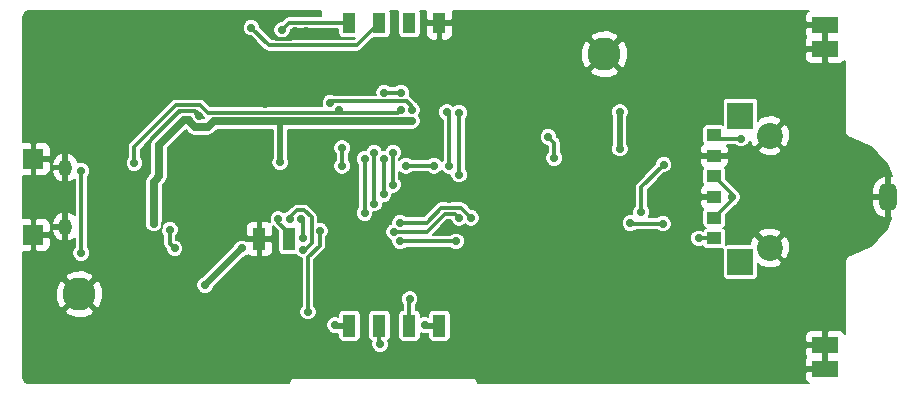
<source format=gtl>
G04 #@! TF.FileFunction,Copper,L1,Top,Signal*
%FSLAX46Y46*%
G04 Gerber Fmt 4.6, Leading zero omitted, Abs format (unit mm)*
G04 Created by KiCad (PCBNEW 4.0.4-stable) date 10/29/16 22:21:33*
%MOMM*%
%LPD*%
G01*
G04 APERTURE LIST*
%ADD10C,0.100000*%
%ADD11C,2.800000*%
%ADD12R,1.100000X1.900000*%
%ADD13R,1.100000X1.800000*%
%ADD14O,1.150000X1.400000*%
%ADD15R,1.700000X1.700000*%
%ADD16R,1.200000X1.000000*%
%ADD17R,2.200000X2.200000*%
%ADD18C,2.200000*%
%ADD19O,1.500000X2.500000*%
%ADD20R,2.200000X1.350000*%
%ADD21C,0.700000*%
%ADD22C,0.500000*%
%ADD23C,0.300000*%
%ADD24C,0.200000*%
%ADD25C,0.700000*%
%ADD26C,0.190000*%
G04 APERTURE END LIST*
D10*
D11*
X149700000Y-71650000D03*
X105250000Y-91970000D03*
D12*
X135730000Y-94630000D03*
X133190000Y-94630000D03*
X130650000Y-94630000D03*
X128110000Y-94630000D03*
D13*
X135730000Y-68990000D03*
X133190000Y-68990000D03*
X130650000Y-68990000D03*
X128110000Y-68990000D03*
D12*
X123030000Y-87300000D03*
X120490000Y-87300000D03*
D14*
X104050000Y-86250000D03*
X104050000Y-81250000D03*
D15*
X101350000Y-86950000D03*
X101350000Y-80550000D03*
D16*
X159000000Y-83750000D03*
X159000000Y-85500000D03*
X159000000Y-87250000D03*
X159000000Y-82000000D03*
X159000000Y-80250000D03*
X159000000Y-78500000D03*
D17*
X161200000Y-76850000D03*
X161200000Y-89250000D03*
D18*
X163700000Y-88050000D03*
X163700000Y-78550000D03*
D19*
X173700000Y-83750000D03*
D20*
X168400000Y-98325000D03*
X168400000Y-96275000D03*
X168400000Y-71225000D03*
X168400000Y-69175000D03*
D21*
X151000000Y-79650000D03*
X151000000Y-76550000D03*
X107000000Y-88700000D03*
X165900000Y-75000000D03*
X165900000Y-70400000D03*
X166400000Y-94500000D03*
X166400000Y-99200000D03*
X113250000Y-74050000D03*
X121700000Y-68500000D03*
X123500000Y-69700000D03*
X144900000Y-75000000D03*
X143550000Y-75000000D03*
X141500000Y-76550000D03*
X136500000Y-85900000D03*
X121000000Y-75850000D03*
X110700000Y-89700000D03*
X142550000Y-88350000D03*
X151750000Y-82450000D03*
X153500000Y-77900000D03*
X106650000Y-74450000D03*
X124500000Y-73200000D03*
X122500000Y-73200000D03*
X126000000Y-71700000D03*
X128000000Y-71700000D03*
X130500000Y-71700000D03*
X132950000Y-71700000D03*
X124400000Y-69700000D03*
X117700000Y-69500000D03*
X108100000Y-81600000D03*
X115400000Y-76900000D03*
X143400000Y-73400000D03*
X154500000Y-74050000D03*
X154700000Y-70000000D03*
X154700000Y-68700000D03*
X151050000Y-68500000D03*
X134250000Y-71700000D03*
X145500000Y-69700000D03*
X144500000Y-69700000D03*
X143200000Y-69700000D03*
X142200000Y-69700000D03*
X140600000Y-72300000D03*
X140600000Y-70600000D03*
X139700000Y-69300000D03*
X139700000Y-68400000D03*
X120200000Y-97900000D03*
X123600000Y-93500000D03*
X121700000Y-87300000D03*
X114300000Y-85200000D03*
X118500000Y-85200000D03*
X114300000Y-81000000D03*
X116400000Y-83100000D03*
X118500000Y-81000000D03*
X110300000Y-76600000D03*
X142900000Y-82350000D03*
X119900000Y-73150000D03*
X120400000Y-79300000D03*
X136500000Y-83900000D03*
X136500000Y-82300000D03*
X111900000Y-89700000D03*
X107100000Y-83900000D03*
X145450000Y-80450000D03*
X144950000Y-78650000D03*
X132500000Y-76350000D03*
X127250000Y-76400000D03*
X109900000Y-80900000D03*
X137150000Y-87500000D03*
X132400000Y-87500000D03*
X133400000Y-77300000D03*
X115900000Y-91200000D03*
X122250000Y-80800000D03*
X119000000Y-88100000D03*
X111550000Y-86000000D03*
X111700000Y-82300000D03*
X114500000Y-77200000D03*
X112000000Y-79300000D03*
X134500000Y-94600000D03*
X126900000Y-94600000D03*
X119800000Y-69400000D03*
X124600000Y-93450000D03*
X125600000Y-86600000D03*
X131050000Y-74900000D03*
X132500000Y-74900000D03*
X131800000Y-80000000D03*
X131800000Y-82700000D03*
X105400000Y-88500000D03*
X105400000Y-81500000D03*
X130700000Y-96200000D03*
X136550000Y-81100000D03*
X136350000Y-76550000D03*
X135300000Y-81100000D03*
X132900000Y-81100000D03*
X129400000Y-80500000D03*
X129400000Y-85100000D03*
X130200000Y-80000000D03*
X130200000Y-84300000D03*
X131000000Y-80500000D03*
X131000000Y-83500000D03*
X138400000Y-85500000D03*
X132400000Y-85900000D03*
X133200000Y-92400000D03*
X122400000Y-69600000D03*
X122100000Y-85600000D03*
X160500000Y-83750000D03*
X154700000Y-81000000D03*
X123100000Y-85600000D03*
X124150000Y-88200000D03*
X152800000Y-85050000D03*
X151900000Y-85950000D03*
X154650000Y-86000000D03*
X113300000Y-88100000D03*
X112900000Y-86500000D03*
X124150000Y-87250000D03*
X124000000Y-85600000D03*
X157700000Y-87250000D03*
X161300000Y-78800000D03*
X137400000Y-81850000D03*
X137400000Y-76600000D03*
X131900000Y-86700000D03*
X137400000Y-85500000D03*
X133400000Y-76350000D03*
X126500000Y-75750000D03*
X127500000Y-79600000D03*
X127500000Y-81100000D03*
D22*
X151000000Y-79650000D02*
X151000000Y-76550000D01*
D23*
X121700000Y-68500000D02*
X121400000Y-68800000D01*
X123500000Y-70000000D02*
X123500000Y-69700000D01*
X123150000Y-70350000D02*
X123500000Y-70000000D01*
X121850000Y-70350000D02*
X123150000Y-70350000D01*
X121400000Y-69900000D02*
X121850000Y-70350000D01*
X121400000Y-68800000D02*
X121400000Y-69900000D01*
D24*
X114300000Y-85200000D02*
X113000000Y-85200000D01*
X110700000Y-87950000D02*
X110700000Y-89700000D01*
X112250000Y-86400000D02*
X110700000Y-87950000D01*
X112250000Y-85950000D02*
X112250000Y-86400000D01*
X113000000Y-85200000D02*
X112250000Y-85950000D01*
D23*
X115400000Y-76900000D02*
X115000000Y-76500000D01*
X108700000Y-82200000D02*
X108100000Y-81600000D01*
X110200000Y-82200000D02*
X108700000Y-82200000D01*
X110900000Y-81500000D02*
X110200000Y-82200000D01*
X110900000Y-79300000D02*
X110900000Y-81500000D01*
X113700000Y-76500000D02*
X110900000Y-79300000D01*
X115000000Y-76500000D02*
X113700000Y-76500000D01*
X121700000Y-87300000D02*
X120490000Y-87300000D01*
X116400000Y-83100000D02*
X114300000Y-85200000D01*
X116400000Y-83100000D02*
X118500000Y-85200000D01*
X116400000Y-83100000D02*
X114300000Y-81000000D01*
X116400000Y-83100000D02*
X118500000Y-81000000D01*
X145450000Y-79150000D02*
X144950000Y-78650000D01*
X145450000Y-80450000D02*
X145450000Y-79150000D01*
X132250000Y-76600000D02*
X132500000Y-76350000D01*
X127250000Y-76600000D02*
X132250000Y-76600000D01*
X127250000Y-76400000D02*
X127250000Y-76600000D01*
X127250000Y-76600000D02*
X116100000Y-76600000D01*
X115450000Y-75950000D02*
X113450000Y-75950000D01*
X113450000Y-75950000D02*
X109900000Y-79500000D01*
X109900000Y-79500000D02*
X109900000Y-80900000D01*
X116100000Y-76600000D02*
X115450000Y-75950000D01*
X137150000Y-87500000D02*
X132400000Y-87500000D01*
D25*
X122250000Y-77300000D02*
X133400000Y-77300000D01*
D22*
X119000000Y-88100000D02*
X115900000Y-91200000D01*
X122250000Y-77300000D02*
X122250000Y-80800000D01*
D25*
X114500000Y-77200000D02*
X114500000Y-77300000D01*
X116600000Y-77300000D02*
X122250000Y-77300000D01*
X116100000Y-77800000D02*
X116600000Y-77300000D01*
X115000000Y-77800000D02*
X116100000Y-77800000D01*
X114500000Y-77300000D02*
X115000000Y-77800000D01*
X114500000Y-77200000D02*
X114100000Y-77200000D01*
X114100000Y-77200000D02*
X112000000Y-79300000D01*
D22*
X111700000Y-82300000D02*
X111550000Y-82450000D01*
D25*
X111550000Y-82450000D02*
X111550000Y-86000000D01*
X112000000Y-79300000D02*
X112000000Y-82000000D01*
X112000000Y-82000000D02*
X111700000Y-82300000D01*
D22*
X134530000Y-94630000D02*
X135730000Y-94630000D01*
X134500000Y-94600000D02*
X134530000Y-94630000D01*
X126930000Y-94630000D02*
X128110000Y-94630000D01*
X126900000Y-94600000D02*
X126930000Y-94630000D01*
D23*
X119800000Y-69400000D02*
X121300000Y-70900000D01*
X128740000Y-70900000D02*
X130650000Y-68990000D01*
X121300000Y-70900000D02*
X128740000Y-70900000D01*
X130650000Y-68990000D02*
X130710000Y-68990000D01*
X125600000Y-87850000D02*
X125600000Y-86600000D01*
X124600000Y-88850000D02*
X125600000Y-87850000D01*
X124600000Y-93450000D02*
X124600000Y-88850000D01*
X131050000Y-74900000D02*
X132500000Y-74900000D01*
X131800000Y-80000000D02*
X131800000Y-82700000D01*
X105400000Y-86600000D02*
X105400000Y-88500000D01*
X105400000Y-81500000D02*
X105400000Y-86600000D01*
X130650000Y-96150000D02*
X130650000Y-94630000D01*
X130700000Y-96200000D02*
X130650000Y-96150000D01*
X136550000Y-76750000D02*
X136350000Y-76550000D01*
X136550000Y-76750000D02*
X136550000Y-81100000D01*
X132900000Y-81100000D02*
X135300000Y-81100000D01*
X129400000Y-80500000D02*
X129400000Y-85100000D01*
X130200000Y-80000000D02*
X130200000Y-84300000D01*
X131000000Y-80500000D02*
X131000000Y-83500000D01*
X135900000Y-84650000D02*
X134650000Y-85900000D01*
X137550000Y-84650000D02*
X135900000Y-84650000D01*
X138400000Y-85500000D02*
X137550000Y-84650000D01*
X132400000Y-85900000D02*
X134650000Y-85900000D01*
X133190000Y-92410000D02*
X133190000Y-94630000D01*
X133200000Y-92400000D02*
X133190000Y-92410000D01*
X128110000Y-68990000D02*
X123010000Y-68990000D01*
X123010000Y-68990000D02*
X122400000Y-69600000D01*
X128110000Y-68990000D02*
X128110000Y-68390000D01*
X122100000Y-85600000D02*
X122100000Y-85900000D01*
X122100000Y-85900000D02*
X123030000Y-86830000D01*
X123030000Y-86830000D02*
X123030000Y-87300000D01*
X123030000Y-86530000D02*
X123030000Y-87300000D01*
X159000000Y-85500000D02*
X160500000Y-84000000D01*
X160500000Y-84000000D02*
X160500000Y-83750000D01*
X160500000Y-83500000D02*
X159000000Y-82000000D01*
X160500000Y-83750000D02*
X160500000Y-83500000D01*
X152800000Y-82900000D02*
X152800000Y-85050000D01*
X154700000Y-81000000D02*
X152800000Y-82900000D01*
X123100000Y-85600000D02*
X123100000Y-85450000D01*
X123700000Y-84850000D02*
X124300000Y-84850000D01*
X123100000Y-85450000D02*
X123700000Y-84850000D01*
X124900000Y-85450000D02*
X124900000Y-87650000D01*
X124300000Y-84850000D02*
X124900000Y-85450000D01*
X124350000Y-88200000D02*
X124150000Y-88200000D01*
X124900000Y-87650000D02*
X124350000Y-88200000D01*
X151900000Y-85950000D02*
X151950000Y-86000000D01*
X151950000Y-86000000D02*
X154650000Y-86000000D01*
X112900000Y-87700000D02*
X113300000Y-88100000D01*
X112900000Y-86500000D02*
X112900000Y-87700000D01*
X124150000Y-85750000D02*
X124150000Y-87250000D01*
X124000000Y-85600000D02*
X124150000Y-85750000D01*
X157700000Y-87250000D02*
X159000000Y-87250000D01*
X161300000Y-78800000D02*
X159300000Y-78800000D01*
X159300000Y-78800000D02*
X159000000Y-78500000D01*
X137400000Y-76600000D02*
X137400000Y-81850000D01*
X131900000Y-86700000D02*
X134650000Y-86700000D01*
X136169998Y-85180002D02*
X137080002Y-85180002D01*
X134650000Y-86700000D02*
X136169998Y-85180002D01*
X137080002Y-85180002D02*
X137400000Y-85500000D01*
X132950000Y-75650000D02*
X133400000Y-76100000D01*
X133400000Y-76100000D02*
X133400000Y-76350000D01*
X126600000Y-75650000D02*
X132950000Y-75650000D01*
X126500000Y-75750000D02*
X126600000Y-75650000D01*
X127500000Y-81100000D02*
X127500000Y-79600000D01*
D26*
G36*
X125705000Y-68445000D02*
X123010000Y-68445000D01*
X122801437Y-68486486D01*
X122624627Y-68604627D01*
X122374277Y-68854977D01*
X122252461Y-68854871D01*
X121978543Y-68968052D01*
X121768788Y-69177441D01*
X121655130Y-69451160D01*
X121654871Y-69747539D01*
X121768052Y-70021457D01*
X121977441Y-70231212D01*
X122251160Y-70344870D01*
X122547539Y-70345129D01*
X122821457Y-70231948D01*
X123031212Y-70022559D01*
X123144870Y-69748840D01*
X123144978Y-69625768D01*
X123235746Y-69535000D01*
X127157262Y-69535000D01*
X127157262Y-69890000D01*
X127184805Y-70036378D01*
X127271314Y-70170817D01*
X127403312Y-70261008D01*
X127560000Y-70292738D01*
X128576516Y-70292738D01*
X128514254Y-70355000D01*
X121525746Y-70355000D01*
X120545023Y-69374277D01*
X120545129Y-69252461D01*
X120431948Y-68978543D01*
X120222559Y-68768788D01*
X119948840Y-68655130D01*
X119652461Y-68654871D01*
X119378543Y-68768052D01*
X119168788Y-68977441D01*
X119055130Y-69251160D01*
X119054871Y-69547539D01*
X119168052Y-69821457D01*
X119377441Y-70031212D01*
X119651160Y-70144870D01*
X119774232Y-70144978D01*
X120914627Y-71285373D01*
X121091437Y-71403514D01*
X121126040Y-71410397D01*
X121300000Y-71445000D01*
X128740000Y-71445000D01*
X128948563Y-71403514D01*
X129059628Y-71329302D01*
X147683096Y-71329302D01*
X147713898Y-72125550D01*
X147959349Y-72718122D01*
X148254818Y-72870322D01*
X149475140Y-71650000D01*
X149924860Y-71650000D01*
X151145182Y-72870322D01*
X151440651Y-72718122D01*
X151716904Y-71970698D01*
X151700040Y-71534750D01*
X166697000Y-71534750D01*
X166697000Y-72019944D01*
X166788801Y-72241572D01*
X166958428Y-72411199D01*
X167180056Y-72503000D01*
X168090250Y-72503000D01*
X168241000Y-72352250D01*
X168241000Y-71384000D01*
X166847750Y-71384000D01*
X166697000Y-71534750D01*
X151700040Y-71534750D01*
X151686102Y-71174450D01*
X151440651Y-70581878D01*
X151145182Y-70429678D01*
X149924860Y-71650000D01*
X149475140Y-71650000D01*
X148254818Y-70429678D01*
X147959349Y-70581878D01*
X147683096Y-71329302D01*
X129059628Y-71329302D01*
X129125373Y-71285373D01*
X130118008Y-70292738D01*
X131200000Y-70292738D01*
X131346378Y-70265195D01*
X131480817Y-70178686D01*
X131571008Y-70046688D01*
X131602738Y-69890000D01*
X131602738Y-68090000D01*
X131580158Y-67970000D01*
X132261563Y-67970000D01*
X132237262Y-68090000D01*
X132237262Y-69890000D01*
X132264805Y-70036378D01*
X132351314Y-70170817D01*
X132483312Y-70261008D01*
X132640000Y-70292738D01*
X133740000Y-70292738D01*
X133886378Y-70265195D01*
X134020817Y-70178686D01*
X134111008Y-70046688D01*
X134142738Y-69890000D01*
X134142738Y-69299750D01*
X134577000Y-69299750D01*
X134577000Y-70009944D01*
X134668801Y-70231572D01*
X134838428Y-70401199D01*
X135060056Y-70493000D01*
X135420250Y-70493000D01*
X135571000Y-70342250D01*
X135571000Y-69149000D01*
X135889000Y-69149000D01*
X135889000Y-70342250D01*
X136039750Y-70493000D01*
X136399944Y-70493000D01*
X136621572Y-70401199D01*
X136791199Y-70231572D01*
X136802280Y-70204818D01*
X148479678Y-70204818D01*
X149700000Y-71425140D01*
X150920322Y-70204818D01*
X150768122Y-69909349D01*
X150020698Y-69633096D01*
X149224450Y-69663898D01*
X148631878Y-69909349D01*
X148479678Y-70204818D01*
X136802280Y-70204818D01*
X136883000Y-70009944D01*
X136883000Y-69484750D01*
X166697000Y-69484750D01*
X166697000Y-69969944D01*
X166788801Y-70191572D01*
X166797229Y-70200000D01*
X166788801Y-70208428D01*
X166697000Y-70430056D01*
X166697000Y-70915250D01*
X166847750Y-71066000D01*
X168241000Y-71066000D01*
X168241000Y-69334000D01*
X166847750Y-69334000D01*
X166697000Y-69484750D01*
X136883000Y-69484750D01*
X136883000Y-69299750D01*
X136732250Y-69149000D01*
X135889000Y-69149000D01*
X135571000Y-69149000D01*
X134727750Y-69149000D01*
X134577000Y-69299750D01*
X134142738Y-69299750D01*
X134142738Y-68090000D01*
X134120158Y-67970000D01*
X134577023Y-67970000D01*
X134577000Y-67970056D01*
X134577000Y-68680250D01*
X134727750Y-68831000D01*
X135571000Y-68831000D01*
X135571000Y-68811000D01*
X135889000Y-68811000D01*
X135889000Y-68831000D01*
X136732250Y-68831000D01*
X136883000Y-68680250D01*
X136883000Y-67970056D01*
X136882977Y-67970000D01*
X167003818Y-67970000D01*
X166958428Y-67988801D01*
X166788801Y-68158428D01*
X166697000Y-68380056D01*
X166697000Y-68865250D01*
X166847750Y-69016000D01*
X168241000Y-69016000D01*
X168241000Y-68996000D01*
X168559000Y-68996000D01*
X168559000Y-69016000D01*
X168579000Y-69016000D01*
X168579000Y-69334000D01*
X168559000Y-69334000D01*
X168559000Y-71066000D01*
X168579000Y-71066000D01*
X168579000Y-71384000D01*
X168559000Y-71384000D01*
X168559000Y-72352250D01*
X168709750Y-72503000D01*
X169619944Y-72503000D01*
X169841572Y-72411199D01*
X170011199Y-72241572D01*
X170030000Y-72196182D01*
X170030000Y-78200000D01*
X170046668Y-78283795D01*
X170061058Y-78368017D01*
X170064512Y-78373503D01*
X170065777Y-78379861D01*
X170113245Y-78450903D01*
X170158768Y-78523203D01*
X170164058Y-78526949D01*
X170167660Y-78532340D01*
X170238699Y-78579806D01*
X170308427Y-78629185D01*
X172232665Y-79488096D01*
X173617450Y-80950125D01*
X174010799Y-81977742D01*
X173859000Y-82058310D01*
X173859000Y-83591000D01*
X173879000Y-83591000D01*
X173879000Y-83909000D01*
X173859000Y-83909000D01*
X173859000Y-85441690D01*
X173978985Y-85505372D01*
X173617450Y-86449875D01*
X172232665Y-87911904D01*
X170308427Y-88770815D01*
X170238699Y-88820194D01*
X170167660Y-88867660D01*
X170164058Y-88873051D01*
X170158768Y-88876797D01*
X170113245Y-88949097D01*
X170065777Y-89020139D01*
X170064512Y-89026497D01*
X170061058Y-89031983D01*
X170046668Y-89116205D01*
X170030000Y-89200000D01*
X170030000Y-95303818D01*
X170011199Y-95258428D01*
X169841572Y-95088801D01*
X169619944Y-94997000D01*
X168709750Y-94997000D01*
X168559000Y-95147750D01*
X168559000Y-96116000D01*
X168579000Y-96116000D01*
X168579000Y-96434000D01*
X168559000Y-96434000D01*
X168559000Y-98166000D01*
X168579000Y-98166000D01*
X168579000Y-98484000D01*
X168559000Y-98484000D01*
X168559000Y-98504000D01*
X168241000Y-98504000D01*
X168241000Y-98484000D01*
X166847750Y-98484000D01*
X166697000Y-98634750D01*
X166697000Y-99119944D01*
X166788801Y-99341572D01*
X166958428Y-99511199D01*
X167003818Y-99530000D01*
X138970000Y-99530000D01*
X138970000Y-99500000D01*
X138934223Y-99320139D01*
X138832340Y-99167660D01*
X138679861Y-99065777D01*
X138500000Y-99030000D01*
X123500000Y-99030000D01*
X123320139Y-99065777D01*
X123167660Y-99167660D01*
X123065777Y-99320139D01*
X123030000Y-99500000D01*
X123030000Y-99530000D01*
X101046290Y-99530000D01*
X100800703Y-99481150D01*
X100631744Y-99368256D01*
X100518850Y-99199297D01*
X100470000Y-98953710D01*
X100470000Y-94747539D01*
X126154871Y-94747539D01*
X126268052Y-95021457D01*
X126477441Y-95231212D01*
X126751160Y-95344870D01*
X127047539Y-95345129D01*
X127157262Y-95299792D01*
X127157262Y-95580000D01*
X127184805Y-95726378D01*
X127271314Y-95860817D01*
X127403312Y-95951008D01*
X127560000Y-95982738D01*
X128660000Y-95982738D01*
X128806378Y-95955195D01*
X128940817Y-95868686D01*
X129031008Y-95736688D01*
X129062738Y-95580000D01*
X129062738Y-93680000D01*
X129697262Y-93680000D01*
X129697262Y-95580000D01*
X129724805Y-95726378D01*
X129811314Y-95860817D01*
X129943312Y-95951008D01*
X129992574Y-95960984D01*
X129955130Y-96051160D01*
X129954871Y-96347539D01*
X130068052Y-96621457D01*
X130277441Y-96831212D01*
X130551160Y-96944870D01*
X130847539Y-96945129D01*
X131121457Y-96831948D01*
X131331212Y-96622559D01*
X131346911Y-96584750D01*
X166697000Y-96584750D01*
X166697000Y-97069944D01*
X166788801Y-97291572D01*
X166797229Y-97300000D01*
X166788801Y-97308428D01*
X166697000Y-97530056D01*
X166697000Y-98015250D01*
X166847750Y-98166000D01*
X168241000Y-98166000D01*
X168241000Y-96434000D01*
X166847750Y-96434000D01*
X166697000Y-96584750D01*
X131346911Y-96584750D01*
X131444870Y-96348840D01*
X131445129Y-96052461D01*
X131392639Y-95925427D01*
X131480817Y-95868686D01*
X131571008Y-95736688D01*
X131602738Y-95580000D01*
X131602738Y-93680000D01*
X132237262Y-93680000D01*
X132237262Y-95580000D01*
X132264805Y-95726378D01*
X132351314Y-95860817D01*
X132483312Y-95951008D01*
X132640000Y-95982738D01*
X133740000Y-95982738D01*
X133886378Y-95955195D01*
X134020817Y-95868686D01*
X134111008Y-95736688D01*
X134142738Y-95580000D01*
X134142738Y-95258326D01*
X134351160Y-95344870D01*
X134647539Y-95345129D01*
X134777262Y-95291528D01*
X134777262Y-95580000D01*
X134804805Y-95726378D01*
X134891314Y-95860817D01*
X135023312Y-95951008D01*
X135180000Y-95982738D01*
X136280000Y-95982738D01*
X136426378Y-95955195D01*
X136560817Y-95868686D01*
X136651008Y-95736688D01*
X136682738Y-95580000D01*
X136682738Y-95480056D01*
X166697000Y-95480056D01*
X166697000Y-95965250D01*
X166847750Y-96116000D01*
X168241000Y-96116000D01*
X168241000Y-95147750D01*
X168090250Y-94997000D01*
X167180056Y-94997000D01*
X166958428Y-95088801D01*
X166788801Y-95258428D01*
X166697000Y-95480056D01*
X136682738Y-95480056D01*
X136682738Y-93680000D01*
X136655195Y-93533622D01*
X136568686Y-93399183D01*
X136436688Y-93308992D01*
X136280000Y-93277262D01*
X135180000Y-93277262D01*
X135033622Y-93304805D01*
X134899183Y-93391314D01*
X134808992Y-93523312D01*
X134777262Y-93680000D01*
X134777262Y-93908455D01*
X134648840Y-93855130D01*
X134352461Y-93854871D01*
X134142738Y-93941527D01*
X134142738Y-93680000D01*
X134115195Y-93533622D01*
X134028686Y-93399183D01*
X133896688Y-93308992D01*
X133740000Y-93277262D01*
X133735000Y-93277262D01*
X133735000Y-92918603D01*
X133831212Y-92822559D01*
X133944870Y-92548840D01*
X133945129Y-92252461D01*
X133831948Y-91978543D01*
X133622559Y-91768788D01*
X133348840Y-91655130D01*
X133052461Y-91654871D01*
X132778543Y-91768052D01*
X132568788Y-91977441D01*
X132455130Y-92251160D01*
X132454871Y-92547539D01*
X132568052Y-92821457D01*
X132645000Y-92898540D01*
X132645000Y-93277262D01*
X132640000Y-93277262D01*
X132493622Y-93304805D01*
X132359183Y-93391314D01*
X132268992Y-93523312D01*
X132237262Y-93680000D01*
X131602738Y-93680000D01*
X131575195Y-93533622D01*
X131488686Y-93399183D01*
X131356688Y-93308992D01*
X131200000Y-93277262D01*
X130100000Y-93277262D01*
X129953622Y-93304805D01*
X129819183Y-93391314D01*
X129728992Y-93523312D01*
X129697262Y-93680000D01*
X129062738Y-93680000D01*
X129035195Y-93533622D01*
X128948686Y-93399183D01*
X128816688Y-93308992D01*
X128660000Y-93277262D01*
X127560000Y-93277262D01*
X127413622Y-93304805D01*
X127279183Y-93391314D01*
X127188992Y-93523312D01*
X127157262Y-93680000D01*
X127157262Y-93900151D01*
X127048840Y-93855130D01*
X126752461Y-93854871D01*
X126478543Y-93968052D01*
X126268788Y-94177441D01*
X126155130Y-94451160D01*
X126154871Y-94747539D01*
X100470000Y-94747539D01*
X100470000Y-93415182D01*
X104029678Y-93415182D01*
X104181878Y-93710651D01*
X104929302Y-93986904D01*
X105725550Y-93956102D01*
X106318122Y-93710651D01*
X106470322Y-93415182D01*
X105250000Y-92194860D01*
X104029678Y-93415182D01*
X100470000Y-93415182D01*
X100470000Y-91649302D01*
X103233096Y-91649302D01*
X103263898Y-92445550D01*
X103509349Y-93038122D01*
X103804818Y-93190322D01*
X105025140Y-91970000D01*
X105474860Y-91970000D01*
X106695182Y-93190322D01*
X106990651Y-93038122D01*
X107266904Y-92290698D01*
X107236102Y-91494450D01*
X107175250Y-91347539D01*
X115154871Y-91347539D01*
X115268052Y-91621457D01*
X115477441Y-91831212D01*
X115751160Y-91944870D01*
X116047539Y-91945129D01*
X116321457Y-91831948D01*
X116531212Y-91622559D01*
X116631763Y-91380405D01*
X119180770Y-88831398D01*
X119421457Y-88731948D01*
X119495381Y-88658152D01*
X119598428Y-88761199D01*
X119820056Y-88853000D01*
X120180250Y-88853000D01*
X120331000Y-88702250D01*
X120331000Y-87459000D01*
X120649000Y-87459000D01*
X120649000Y-88702250D01*
X120799750Y-88853000D01*
X121159944Y-88853000D01*
X121381572Y-88761199D01*
X121551199Y-88591572D01*
X121643000Y-88369944D01*
X121643000Y-87609750D01*
X121492250Y-87459000D01*
X120649000Y-87459000D01*
X120331000Y-87459000D01*
X119487750Y-87459000D01*
X119450236Y-87496514D01*
X119422559Y-87468788D01*
X119148840Y-87355130D01*
X118852461Y-87354871D01*
X118578543Y-87468052D01*
X118368788Y-87677441D01*
X118268237Y-87919595D01*
X115719230Y-90468602D01*
X115478543Y-90568052D01*
X115268788Y-90777441D01*
X115155130Y-91051160D01*
X115154871Y-91347539D01*
X107175250Y-91347539D01*
X106990651Y-90901878D01*
X106695182Y-90749678D01*
X105474860Y-91970000D01*
X105025140Y-91970000D01*
X103804818Y-90749678D01*
X103509349Y-90901878D01*
X103233096Y-91649302D01*
X100470000Y-91649302D01*
X100470000Y-90524818D01*
X104029678Y-90524818D01*
X105250000Y-91745140D01*
X106470322Y-90524818D01*
X106318122Y-90229349D01*
X105570698Y-89953096D01*
X104774450Y-89983898D01*
X104181878Y-90229349D01*
X104029678Y-90524818D01*
X100470000Y-90524818D01*
X100470000Y-88403000D01*
X101040250Y-88403000D01*
X101191000Y-88252250D01*
X101191000Y-87109000D01*
X101509000Y-87109000D01*
X101509000Y-88252250D01*
X101659750Y-88403000D01*
X102319944Y-88403000D01*
X102541572Y-88311199D01*
X102711199Y-88141572D01*
X102803000Y-87919944D01*
X102803000Y-87259750D01*
X102652250Y-87109000D01*
X101509000Y-87109000D01*
X101191000Y-87109000D01*
X101171000Y-87109000D01*
X101171000Y-86791000D01*
X101191000Y-86791000D01*
X101191000Y-85647750D01*
X101509000Y-85647750D01*
X101509000Y-86791000D01*
X102652250Y-86791000D01*
X102803000Y-86640250D01*
X102803000Y-86592502D01*
X102894088Y-86592502D01*
X103065311Y-87018294D01*
X103386444Y-87346150D01*
X103710364Y-87502977D01*
X103891000Y-87389870D01*
X103891000Y-86409000D01*
X103025044Y-86409000D01*
X102894088Y-86592502D01*
X102803000Y-86592502D01*
X102803000Y-85980056D01*
X102772946Y-85907498D01*
X102894088Y-85907498D01*
X103025044Y-86091000D01*
X103891000Y-86091000D01*
X103891000Y-85110130D01*
X103710364Y-84997023D01*
X103386444Y-85153850D01*
X103065311Y-85481706D01*
X102894088Y-85907498D01*
X102772946Y-85907498D01*
X102711199Y-85758428D01*
X102541572Y-85588801D01*
X102319944Y-85497000D01*
X101659750Y-85497000D01*
X101509000Y-85647750D01*
X101191000Y-85647750D01*
X101040250Y-85497000D01*
X100470000Y-85497000D01*
X100470000Y-82003000D01*
X101040250Y-82003000D01*
X101191000Y-81852250D01*
X101191000Y-80709000D01*
X101509000Y-80709000D01*
X101509000Y-81852250D01*
X101659750Y-82003000D01*
X102319944Y-82003000D01*
X102541572Y-81911199D01*
X102711199Y-81741572D01*
X102772945Y-81592502D01*
X102894088Y-81592502D01*
X103065311Y-82018294D01*
X103386444Y-82346150D01*
X103710364Y-82502977D01*
X103891000Y-82389870D01*
X103891000Y-81409000D01*
X103025044Y-81409000D01*
X102894088Y-81592502D01*
X102772945Y-81592502D01*
X102803000Y-81519944D01*
X102803000Y-80907498D01*
X102894088Y-80907498D01*
X103025044Y-81091000D01*
X103891000Y-81091000D01*
X103891000Y-80110130D01*
X104209000Y-80110130D01*
X104209000Y-81091000D01*
X104229000Y-81091000D01*
X104229000Y-81409000D01*
X104209000Y-81409000D01*
X104209000Y-82389870D01*
X104389636Y-82502977D01*
X104713556Y-82346150D01*
X104855000Y-82201745D01*
X104855000Y-85298255D01*
X104713556Y-85153850D01*
X104389636Y-84997023D01*
X104209000Y-85110130D01*
X104209000Y-86091000D01*
X104229000Y-86091000D01*
X104229000Y-86409000D01*
X104209000Y-86409000D01*
X104209000Y-87389870D01*
X104389636Y-87502977D01*
X104713556Y-87346150D01*
X104855000Y-87201745D01*
X104855000Y-87991379D01*
X104768788Y-88077441D01*
X104655130Y-88351160D01*
X104654871Y-88647539D01*
X104768052Y-88921457D01*
X104977441Y-89131212D01*
X105251160Y-89244870D01*
X105547539Y-89245129D01*
X105821457Y-89131948D01*
X106031212Y-88922559D01*
X106144870Y-88648840D01*
X106145129Y-88352461D01*
X106031948Y-88078543D01*
X105945000Y-87991443D01*
X105945000Y-82008621D01*
X106031212Y-81922559D01*
X106144870Y-81648840D01*
X106145129Y-81352461D01*
X106031948Y-81078543D01*
X106000999Y-81047539D01*
X109154871Y-81047539D01*
X109268052Y-81321457D01*
X109477441Y-81531212D01*
X109751160Y-81644870D01*
X110047539Y-81645129D01*
X110321457Y-81531948D01*
X110531212Y-81322559D01*
X110644870Y-81048840D01*
X110645129Y-80752461D01*
X110531948Y-80478543D01*
X110445000Y-80391443D01*
X110445000Y-79725746D01*
X113675746Y-76495000D01*
X113898907Y-76495000D01*
X113814901Y-76511710D01*
X113573205Y-76673205D01*
X113573203Y-76673208D01*
X111473205Y-78773205D01*
X111473203Y-78773209D01*
X111368788Y-78877441D01*
X111255130Y-79151160D01*
X111255000Y-79299995D01*
X111254999Y-79300000D01*
X111255000Y-79300005D01*
X111254871Y-79447539D01*
X111255000Y-79447851D01*
X111255000Y-81691410D01*
X111173205Y-81773205D01*
X111173203Y-81773209D01*
X111068788Y-81877441D01*
X111059992Y-81898625D01*
X111023205Y-81923205D01*
X110861710Y-82164901D01*
X110805000Y-82450000D01*
X110805000Y-85999922D01*
X110804871Y-86147539D01*
X110918052Y-86421457D01*
X111023203Y-86526791D01*
X111023205Y-86526795D01*
X111023209Y-86526797D01*
X111127441Y-86631212D01*
X111401160Y-86744870D01*
X111697539Y-86745129D01*
X111971457Y-86631948D01*
X112076791Y-86526797D01*
X112076795Y-86526795D01*
X112076797Y-86526791D01*
X112155045Y-86448681D01*
X112154871Y-86647539D01*
X112268052Y-86921457D01*
X112355000Y-87008557D01*
X112355000Y-87700000D01*
X112396486Y-87908563D01*
X112514627Y-88085373D01*
X112554977Y-88125723D01*
X112554871Y-88247539D01*
X112668052Y-88521457D01*
X112877441Y-88731212D01*
X113151160Y-88844870D01*
X113447539Y-88845129D01*
X113721457Y-88731948D01*
X113931212Y-88522559D01*
X114044870Y-88248840D01*
X114045129Y-87952461D01*
X113931948Y-87678543D01*
X113722559Y-87468788D01*
X113448840Y-87355130D01*
X113445000Y-87355127D01*
X113445000Y-87008621D01*
X113531212Y-86922559D01*
X113644870Y-86648840D01*
X113645129Y-86352461D01*
X113594553Y-86230056D01*
X119337000Y-86230056D01*
X119337000Y-86990250D01*
X119487750Y-87141000D01*
X120331000Y-87141000D01*
X120331000Y-85897750D01*
X120649000Y-85897750D01*
X120649000Y-87141000D01*
X121492250Y-87141000D01*
X121643000Y-86990250D01*
X121643000Y-86230056D01*
X121619392Y-86173062D01*
X121677441Y-86231212D01*
X121678820Y-86231785D01*
X121714627Y-86285373D01*
X122077262Y-86648008D01*
X122077262Y-88250000D01*
X122104805Y-88396378D01*
X122191314Y-88530817D01*
X122323312Y-88621008D01*
X122480000Y-88652738D01*
X123549278Y-88652738D01*
X123727441Y-88831212D01*
X124001160Y-88944870D01*
X124055000Y-88944917D01*
X124055000Y-92941379D01*
X123968788Y-93027441D01*
X123855130Y-93301160D01*
X123854871Y-93597539D01*
X123968052Y-93871457D01*
X124177441Y-94081212D01*
X124451160Y-94194870D01*
X124747539Y-94195129D01*
X125021457Y-94081948D01*
X125231212Y-93872559D01*
X125344870Y-93598840D01*
X125345129Y-93302461D01*
X125231948Y-93028543D01*
X125145000Y-92941443D01*
X125145000Y-89075746D01*
X125985374Y-88235373D01*
X126103514Y-88058562D01*
X126145000Y-87850000D01*
X126145000Y-87108621D01*
X126231212Y-87022559D01*
X126303886Y-86847539D01*
X131154871Y-86847539D01*
X131268052Y-87121457D01*
X131477441Y-87331212D01*
X131655083Y-87404975D01*
X131654871Y-87647539D01*
X131768052Y-87921457D01*
X131977441Y-88131212D01*
X132251160Y-88244870D01*
X132547539Y-88245129D01*
X132821457Y-88131948D01*
X132908557Y-88045000D01*
X136641379Y-88045000D01*
X136727441Y-88131212D01*
X137001160Y-88244870D01*
X137297539Y-88245129D01*
X137571457Y-88131948D01*
X137781212Y-87922559D01*
X137894870Y-87648840D01*
X137895089Y-87397539D01*
X156954871Y-87397539D01*
X157068052Y-87671457D01*
X157277441Y-87881212D01*
X157551160Y-87994870D01*
X157847539Y-87995129D01*
X158037770Y-87916527D01*
X158111314Y-88030817D01*
X158243312Y-88121008D01*
X158400000Y-88152738D01*
X159600000Y-88152738D01*
X159700538Y-88133820D01*
X159697262Y-88150000D01*
X159697262Y-90350000D01*
X159724805Y-90496378D01*
X159811314Y-90630817D01*
X159943312Y-90721008D01*
X160100000Y-90752738D01*
X162300000Y-90752738D01*
X162446378Y-90725195D01*
X162580817Y-90638686D01*
X162671008Y-90506688D01*
X162702738Y-90350000D01*
X162702738Y-89291385D01*
X162812312Y-89542304D01*
X163450963Y-89768412D01*
X164127527Y-89732908D01*
X164587688Y-89542304D01*
X164703117Y-89277977D01*
X163700000Y-88274860D01*
X163685858Y-88289003D01*
X163460998Y-88064143D01*
X163475140Y-88050000D01*
X163924860Y-88050000D01*
X164927977Y-89053117D01*
X165192304Y-88937688D01*
X165418412Y-88299037D01*
X165382908Y-87622473D01*
X165192304Y-87162312D01*
X164927977Y-87046883D01*
X163924860Y-88050000D01*
X163475140Y-88050000D01*
X162472023Y-87046883D01*
X162207696Y-87162312D01*
X162000600Y-87747262D01*
X160100000Y-87747262D01*
X159999462Y-87766180D01*
X160002738Y-87750000D01*
X160002738Y-86822023D01*
X162696883Y-86822023D01*
X163700000Y-87825140D01*
X164703117Y-86822023D01*
X164587688Y-86557696D01*
X163949037Y-86331588D01*
X163272473Y-86367092D01*
X162812312Y-86557696D01*
X162696883Y-86822023D01*
X160002738Y-86822023D01*
X160002738Y-86750000D01*
X159975195Y-86603622D01*
X159888686Y-86469183D01*
X159756688Y-86378992D01*
X159742003Y-86376018D01*
X159746378Y-86375195D01*
X159880817Y-86288686D01*
X159971008Y-86156688D01*
X160002738Y-86000000D01*
X160002738Y-85268008D01*
X160865802Y-84404944D01*
X160921457Y-84381948D01*
X161131212Y-84172559D01*
X161240651Y-83909000D01*
X172347000Y-83909000D01*
X172347000Y-84409000D01*
X172510838Y-84914668D01*
X172855715Y-85319146D01*
X173332768Y-85552210D01*
X173541000Y-85441690D01*
X173541000Y-83909000D01*
X172347000Y-83909000D01*
X161240651Y-83909000D01*
X161244870Y-83898840D01*
X161245129Y-83602461D01*
X161131948Y-83328543D01*
X160922559Y-83118788D01*
X160866083Y-83095337D01*
X160861746Y-83091000D01*
X172347000Y-83091000D01*
X172347000Y-83591000D01*
X173541000Y-83591000D01*
X173541000Y-82058310D01*
X173332768Y-81947790D01*
X172855715Y-82180854D01*
X172510838Y-82585332D01*
X172347000Y-83091000D01*
X160861746Y-83091000D01*
X160002738Y-82231992D01*
X160002738Y-81500000D01*
X159975195Y-81353622D01*
X159921162Y-81269653D01*
X159941572Y-81261199D01*
X160111199Y-81091572D01*
X160203000Y-80869944D01*
X160203000Y-80559750D01*
X160052250Y-80409000D01*
X159159000Y-80409000D01*
X159159000Y-80429000D01*
X158841000Y-80429000D01*
X158841000Y-80409000D01*
X157947750Y-80409000D01*
X157797000Y-80559750D01*
X157797000Y-80869944D01*
X157888801Y-81091572D01*
X158058428Y-81261199D01*
X158079215Y-81269809D01*
X158028992Y-81343312D01*
X157997262Y-81500000D01*
X157997262Y-82500000D01*
X158024805Y-82646378D01*
X158078838Y-82730347D01*
X158058428Y-82738801D01*
X157888801Y-82908428D01*
X157797000Y-83130056D01*
X157797000Y-83440250D01*
X157947750Y-83591000D01*
X158841000Y-83591000D01*
X158841000Y-83571000D01*
X159159000Y-83571000D01*
X159159000Y-83591000D01*
X159179000Y-83591000D01*
X159179000Y-83909000D01*
X159159000Y-83909000D01*
X159159000Y-83929000D01*
X158841000Y-83929000D01*
X158841000Y-83909000D01*
X157947750Y-83909000D01*
X157797000Y-84059750D01*
X157797000Y-84369944D01*
X157888801Y-84591572D01*
X158058428Y-84761199D01*
X158079215Y-84769809D01*
X158028992Y-84843312D01*
X157997262Y-85000000D01*
X157997262Y-86000000D01*
X158024805Y-86146378D01*
X158111314Y-86280817D01*
X158243312Y-86371008D01*
X158257997Y-86373982D01*
X158253622Y-86374805D01*
X158119183Y-86461314D01*
X158036112Y-86582892D01*
X157848840Y-86505130D01*
X157552461Y-86504871D01*
X157278543Y-86618052D01*
X157068788Y-86827441D01*
X156955130Y-87101160D01*
X156954871Y-87397539D01*
X137895089Y-87397539D01*
X137895129Y-87352461D01*
X137781948Y-87078543D01*
X137572559Y-86868788D01*
X137298840Y-86755130D01*
X137002461Y-86754871D01*
X136728543Y-86868052D01*
X136641443Y-86955000D01*
X135165746Y-86955000D01*
X136395744Y-85725002D01*
X136686878Y-85725002D01*
X136768052Y-85921457D01*
X136977441Y-86131212D01*
X137251160Y-86244870D01*
X137547539Y-86245129D01*
X137821457Y-86131948D01*
X137899953Y-86053589D01*
X137977441Y-86131212D01*
X138251160Y-86244870D01*
X138547539Y-86245129D01*
X138821457Y-86131948D01*
X138855926Y-86097539D01*
X151154871Y-86097539D01*
X151268052Y-86371457D01*
X151477441Y-86581212D01*
X151751160Y-86694870D01*
X152047539Y-86695129D01*
X152321457Y-86581948D01*
X152358470Y-86545000D01*
X154141379Y-86545000D01*
X154227441Y-86631212D01*
X154501160Y-86744870D01*
X154797539Y-86745129D01*
X155071457Y-86631948D01*
X155281212Y-86422559D01*
X155394870Y-86148840D01*
X155395129Y-85852461D01*
X155281948Y-85578543D01*
X155072559Y-85368788D01*
X154798840Y-85255130D01*
X154502461Y-85254871D01*
X154228543Y-85368052D01*
X154141443Y-85455000D01*
X153438503Y-85455000D01*
X153544870Y-85198840D01*
X153545129Y-84902461D01*
X153431948Y-84628543D01*
X153345000Y-84541443D01*
X153345000Y-83125746D01*
X154725723Y-81745023D01*
X154847539Y-81745129D01*
X155121457Y-81631948D01*
X155331212Y-81422559D01*
X155444870Y-81148840D01*
X155445129Y-80852461D01*
X155331948Y-80578543D01*
X155122559Y-80368788D01*
X154848840Y-80255130D01*
X154552461Y-80254871D01*
X154278543Y-80368052D01*
X154068788Y-80577441D01*
X153955130Y-80851160D01*
X153955022Y-80974232D01*
X152414627Y-82514627D01*
X152296486Y-82691437D01*
X152260767Y-82871008D01*
X152255000Y-82900000D01*
X152255000Y-84541379D01*
X152168788Y-84627441D01*
X152055130Y-84901160D01*
X152054871Y-85197539D01*
X152059906Y-85209725D01*
X152048840Y-85205130D01*
X151752461Y-85204871D01*
X151478543Y-85318052D01*
X151268788Y-85527441D01*
X151155130Y-85801160D01*
X151154871Y-86097539D01*
X138855926Y-86097539D01*
X139031212Y-85922559D01*
X139144870Y-85648840D01*
X139145129Y-85352461D01*
X139031948Y-85078543D01*
X138822559Y-84868788D01*
X138548840Y-84755130D01*
X138425769Y-84755022D01*
X137935373Y-84264627D01*
X137758563Y-84146486D01*
X137550000Y-84105000D01*
X135900000Y-84105000D01*
X135691437Y-84146486D01*
X135514627Y-84264627D01*
X134424254Y-85355000D01*
X132908621Y-85355000D01*
X132822559Y-85268788D01*
X132548840Y-85155130D01*
X132252461Y-85154871D01*
X131978543Y-85268052D01*
X131768788Y-85477441D01*
X131655130Y-85751160D01*
X131654917Y-85995176D01*
X131478543Y-86068052D01*
X131268788Y-86277441D01*
X131155130Y-86551160D01*
X131154871Y-86847539D01*
X126303886Y-86847539D01*
X126344870Y-86748840D01*
X126345129Y-86452461D01*
X126231948Y-86178543D01*
X126022559Y-85968788D01*
X125748840Y-85855130D01*
X125452461Y-85854871D01*
X125445000Y-85857954D01*
X125445000Y-85450000D01*
X125432780Y-85388565D01*
X125403514Y-85241437D01*
X125285373Y-85064627D01*
X124685373Y-84464627D01*
X124508563Y-84346486D01*
X124300000Y-84305000D01*
X123700000Y-84305000D01*
X123491437Y-84346486D01*
X123314627Y-84464627D01*
X122904612Y-84874642D01*
X122678543Y-84968052D01*
X122600047Y-85046411D01*
X122522559Y-84968788D01*
X122248840Y-84855130D01*
X121952461Y-84854871D01*
X121678543Y-84968052D01*
X121468788Y-85177441D01*
X121355130Y-85451160D01*
X121354871Y-85747539D01*
X121400331Y-85857560D01*
X121381572Y-85838801D01*
X121159944Y-85747000D01*
X120799750Y-85747000D01*
X120649000Y-85897750D01*
X120331000Y-85897750D01*
X120180250Y-85747000D01*
X119820056Y-85747000D01*
X119598428Y-85838801D01*
X119428801Y-86008428D01*
X119337000Y-86230056D01*
X113594553Y-86230056D01*
X113531948Y-86078543D01*
X113322559Y-85868788D01*
X113048840Y-85755130D01*
X112752461Y-85754871D01*
X112478543Y-85868052D01*
X112294955Y-86051319D01*
X112295129Y-85852461D01*
X112295000Y-85852149D01*
X112295000Y-82758708D01*
X112331212Y-82722559D01*
X112331341Y-82722249D01*
X112526795Y-82526795D01*
X112688290Y-82285099D01*
X112745001Y-82000000D01*
X112745000Y-81999995D01*
X112745000Y-79608590D01*
X114250000Y-78103589D01*
X114473203Y-78326792D01*
X114473205Y-78326795D01*
X114604656Y-78414627D01*
X114714901Y-78488290D01*
X115000000Y-78545001D01*
X115000005Y-78545000D01*
X116099995Y-78545000D01*
X116100000Y-78545001D01*
X116385099Y-78488290D01*
X116626795Y-78326795D01*
X116908589Y-78045000D01*
X121605000Y-78045000D01*
X121605000Y-80410646D01*
X121505130Y-80651160D01*
X121504871Y-80947539D01*
X121618052Y-81221457D01*
X121827441Y-81431212D01*
X122101160Y-81544870D01*
X122397539Y-81545129D01*
X122671457Y-81431948D01*
X122881212Y-81222559D01*
X122994870Y-80948840D01*
X122995129Y-80652461D01*
X122895000Y-80410131D01*
X122895000Y-79747539D01*
X126754871Y-79747539D01*
X126868052Y-80021457D01*
X126955000Y-80108557D01*
X126955000Y-80591379D01*
X126868788Y-80677441D01*
X126755130Y-80951160D01*
X126754871Y-81247539D01*
X126868052Y-81521457D01*
X127077441Y-81731212D01*
X127351160Y-81844870D01*
X127647539Y-81845129D01*
X127921457Y-81731948D01*
X128131212Y-81522559D01*
X128244870Y-81248840D01*
X128245129Y-80952461D01*
X128131948Y-80678543D01*
X128100999Y-80647539D01*
X128654871Y-80647539D01*
X128768052Y-80921457D01*
X128855000Y-81008557D01*
X128855000Y-84591379D01*
X128768788Y-84677441D01*
X128655130Y-84951160D01*
X128654871Y-85247539D01*
X128768052Y-85521457D01*
X128977441Y-85731212D01*
X129251160Y-85844870D01*
X129547539Y-85845129D01*
X129821457Y-85731948D01*
X130031212Y-85522559D01*
X130144870Y-85248840D01*
X130145048Y-85044952D01*
X130347539Y-85045129D01*
X130621457Y-84931948D01*
X130831212Y-84722559D01*
X130944870Y-84448840D01*
X130945048Y-84244952D01*
X131147539Y-84245129D01*
X131421457Y-84131948D01*
X131631212Y-83922559D01*
X131744870Y-83648840D01*
X131745048Y-83444952D01*
X131947539Y-83445129D01*
X132221457Y-83331948D01*
X132431212Y-83122559D01*
X132544870Y-82848840D01*
X132545129Y-82552461D01*
X132431948Y-82278543D01*
X132345000Y-82191443D01*
X132345000Y-81598540D01*
X132477441Y-81731212D01*
X132751160Y-81844870D01*
X133047539Y-81845129D01*
X133321457Y-81731948D01*
X133408557Y-81645000D01*
X134791379Y-81645000D01*
X134877441Y-81731212D01*
X135151160Y-81844870D01*
X135447539Y-81845129D01*
X135721457Y-81731948D01*
X135925172Y-81528589D01*
X136127441Y-81731212D01*
X136401160Y-81844870D01*
X136655004Y-81845092D01*
X136654871Y-81997539D01*
X136768052Y-82271457D01*
X136977441Y-82481212D01*
X137251160Y-82594870D01*
X137547539Y-82595129D01*
X137821457Y-82481948D01*
X138031212Y-82272559D01*
X138144870Y-81998840D01*
X138145129Y-81702461D01*
X138031948Y-81428543D01*
X137945000Y-81341443D01*
X137945000Y-78797539D01*
X144204871Y-78797539D01*
X144318052Y-79071457D01*
X144527441Y-79281212D01*
X144801160Y-79394870D01*
X144905000Y-79394961D01*
X144905000Y-79941379D01*
X144818788Y-80027441D01*
X144705130Y-80301160D01*
X144704871Y-80597539D01*
X144818052Y-80871457D01*
X145027441Y-81081212D01*
X145301160Y-81194870D01*
X145597539Y-81195129D01*
X145871457Y-81081948D01*
X146081212Y-80872559D01*
X146194870Y-80598840D01*
X146195129Y-80302461D01*
X146081948Y-80028543D01*
X145995000Y-79941443D01*
X145995000Y-79150000D01*
X145953514Y-78941438D01*
X145835373Y-78764627D01*
X145695023Y-78624277D01*
X145695129Y-78502461D01*
X145581948Y-78228543D01*
X145372559Y-78018788D01*
X145098840Y-77905130D01*
X144802461Y-77904871D01*
X144528543Y-78018052D01*
X144318788Y-78227441D01*
X144205130Y-78501160D01*
X144204871Y-78797539D01*
X137945000Y-78797539D01*
X137945000Y-77108621D01*
X138031212Y-77022559D01*
X138144870Y-76748840D01*
X138144914Y-76697539D01*
X150254871Y-76697539D01*
X150355000Y-76939869D01*
X150355000Y-79260646D01*
X150255130Y-79501160D01*
X150254871Y-79797539D01*
X150368052Y-80071457D01*
X150577441Y-80281212D01*
X150851160Y-80394870D01*
X151147539Y-80395129D01*
X151421457Y-80281948D01*
X151631212Y-80072559D01*
X151744870Y-79798840D01*
X151745017Y-79630056D01*
X157797000Y-79630056D01*
X157797000Y-79940250D01*
X157947750Y-80091000D01*
X158841000Y-80091000D01*
X158841000Y-80071000D01*
X159159000Y-80071000D01*
X159159000Y-80091000D01*
X160052250Y-80091000D01*
X160203000Y-79940250D01*
X160203000Y-79777977D01*
X162696883Y-79777977D01*
X162812312Y-80042304D01*
X163450963Y-80268412D01*
X164127527Y-80232908D01*
X164587688Y-80042304D01*
X164703117Y-79777977D01*
X163700000Y-78774860D01*
X162696883Y-79777977D01*
X160203000Y-79777977D01*
X160203000Y-79630056D01*
X160111199Y-79408428D01*
X160047771Y-79345000D01*
X160791379Y-79345000D01*
X160877441Y-79431212D01*
X161151160Y-79544870D01*
X161447539Y-79545129D01*
X161721457Y-79431948D01*
X161931212Y-79222559D01*
X162025015Y-78996656D01*
X162207696Y-79437688D01*
X162472023Y-79553117D01*
X163475140Y-78550000D01*
X163924860Y-78550000D01*
X164927977Y-79553117D01*
X165192304Y-79437688D01*
X165418412Y-78799037D01*
X165382908Y-78122473D01*
X165192304Y-77662312D01*
X164927977Y-77546883D01*
X163924860Y-78550000D01*
X163475140Y-78550000D01*
X163460998Y-78535858D01*
X163685858Y-78310998D01*
X163700000Y-78325140D01*
X164703117Y-77322023D01*
X164587688Y-77057696D01*
X163949037Y-76831588D01*
X163272473Y-76867092D01*
X162812312Y-77057696D01*
X162702738Y-77308615D01*
X162702738Y-75750000D01*
X162675195Y-75603622D01*
X162588686Y-75469183D01*
X162456688Y-75378992D01*
X162300000Y-75347262D01*
X160100000Y-75347262D01*
X159953622Y-75374805D01*
X159819183Y-75461314D01*
X159728992Y-75593312D01*
X159697262Y-75750000D01*
X159697262Y-77616958D01*
X159600000Y-77597262D01*
X158400000Y-77597262D01*
X158253622Y-77624805D01*
X158119183Y-77711314D01*
X158028992Y-77843312D01*
X157997262Y-78000000D01*
X157997262Y-79000000D01*
X158024805Y-79146378D01*
X158078838Y-79230347D01*
X158058428Y-79238801D01*
X157888801Y-79408428D01*
X157797000Y-79630056D01*
X151745017Y-79630056D01*
X151745129Y-79502461D01*
X151645000Y-79260131D01*
X151645000Y-76939354D01*
X151744870Y-76698840D01*
X151745129Y-76402461D01*
X151631948Y-76128543D01*
X151422559Y-75918788D01*
X151148840Y-75805130D01*
X150852461Y-75804871D01*
X150578543Y-75918052D01*
X150368788Y-76127441D01*
X150255130Y-76401160D01*
X150254871Y-76697539D01*
X138144914Y-76697539D01*
X138145129Y-76452461D01*
X138031948Y-76178543D01*
X137822559Y-75968788D01*
X137548840Y-75855130D01*
X137252461Y-75854871D01*
X136978543Y-75968052D01*
X136900003Y-76046455D01*
X136772559Y-75918788D01*
X136498840Y-75805130D01*
X136202461Y-75804871D01*
X135928543Y-75918052D01*
X135718788Y-76127441D01*
X135605130Y-76401160D01*
X135604871Y-76697539D01*
X135718052Y-76971457D01*
X135927441Y-77181212D01*
X136005000Y-77213417D01*
X136005000Y-80591379D01*
X135924828Y-80671411D01*
X135722559Y-80468788D01*
X135448840Y-80355130D01*
X135152461Y-80354871D01*
X134878543Y-80468052D01*
X134791443Y-80555000D01*
X133408621Y-80555000D01*
X133322559Y-80468788D01*
X133048840Y-80355130D01*
X132752461Y-80354871D01*
X132478543Y-80468052D01*
X132345000Y-80601362D01*
X132345000Y-80508621D01*
X132431212Y-80422559D01*
X132544870Y-80148840D01*
X132545129Y-79852461D01*
X132431948Y-79578543D01*
X132222559Y-79368788D01*
X131948840Y-79255130D01*
X131652461Y-79254871D01*
X131378543Y-79368052D01*
X131168788Y-79577441D01*
X131095025Y-79755083D01*
X130904824Y-79754917D01*
X130831948Y-79578543D01*
X130622559Y-79368788D01*
X130348840Y-79255130D01*
X130052461Y-79254871D01*
X129778543Y-79368052D01*
X129568788Y-79577441D01*
X129495025Y-79755083D01*
X129252461Y-79754871D01*
X128978543Y-79868052D01*
X128768788Y-80077441D01*
X128655130Y-80351160D01*
X128654871Y-80647539D01*
X128100999Y-80647539D01*
X128045000Y-80591443D01*
X128045000Y-80108621D01*
X128131212Y-80022559D01*
X128244870Y-79748840D01*
X128245129Y-79452461D01*
X128131948Y-79178543D01*
X127922559Y-78968788D01*
X127648840Y-78855130D01*
X127352461Y-78854871D01*
X127078543Y-78968052D01*
X126868788Y-79177441D01*
X126755130Y-79451160D01*
X126754871Y-79747539D01*
X122895000Y-79747539D01*
X122895000Y-78045000D01*
X133399922Y-78045000D01*
X133547539Y-78045129D01*
X133821457Y-77931948D01*
X133926791Y-77826797D01*
X133926795Y-77826795D01*
X133926797Y-77826791D01*
X134031212Y-77722559D01*
X134144870Y-77448840D01*
X134145129Y-77152461D01*
X134031948Y-76878543D01*
X133978589Y-76825090D01*
X134031212Y-76772559D01*
X134144870Y-76498840D01*
X134145129Y-76202461D01*
X134031948Y-75928543D01*
X133822559Y-75718788D01*
X133766083Y-75695337D01*
X133335373Y-75264627D01*
X133194385Y-75170422D01*
X133244870Y-75048840D01*
X133245129Y-74752461D01*
X133131948Y-74478543D01*
X132922559Y-74268788D01*
X132648840Y-74155130D01*
X132352461Y-74154871D01*
X132078543Y-74268052D01*
X131991443Y-74355000D01*
X131558621Y-74355000D01*
X131472559Y-74268788D01*
X131198840Y-74155130D01*
X130902461Y-74154871D01*
X130628543Y-74268052D01*
X130418788Y-74477441D01*
X130305130Y-74751160D01*
X130304871Y-75047539D01*
X130328613Y-75105000D01*
X126889354Y-75105000D01*
X126648840Y-75005130D01*
X126352461Y-75004871D01*
X126078543Y-75118052D01*
X125868788Y-75327441D01*
X125755130Y-75601160D01*
X125754871Y-75897539D01*
X125819933Y-76055000D01*
X116325746Y-76055000D01*
X115835373Y-75564627D01*
X115658563Y-75446486D01*
X115450000Y-75405000D01*
X113450000Y-75405000D01*
X113241437Y-75446486D01*
X113064627Y-75564627D01*
X109514627Y-79114627D01*
X109396486Y-79291437D01*
X109367395Y-79437688D01*
X109355000Y-79500000D01*
X109355000Y-80391379D01*
X109268788Y-80477441D01*
X109155130Y-80751160D01*
X109154871Y-81047539D01*
X106000999Y-81047539D01*
X105822559Y-80868788D01*
X105548840Y-80755130D01*
X105252461Y-80754871D01*
X105159914Y-80793111D01*
X105034689Y-80481706D01*
X104713556Y-80153850D01*
X104389636Y-79997023D01*
X104209000Y-80110130D01*
X103891000Y-80110130D01*
X103710364Y-79997023D01*
X103386444Y-80153850D01*
X103065311Y-80481706D01*
X102894088Y-80907498D01*
X102803000Y-80907498D01*
X102803000Y-80859750D01*
X102652250Y-80709000D01*
X101509000Y-80709000D01*
X101191000Y-80709000D01*
X101171000Y-80709000D01*
X101171000Y-80391000D01*
X101191000Y-80391000D01*
X101191000Y-79247750D01*
X101509000Y-79247750D01*
X101509000Y-80391000D01*
X102652250Y-80391000D01*
X102803000Y-80240250D01*
X102803000Y-79580056D01*
X102711199Y-79358428D01*
X102541572Y-79188801D01*
X102319944Y-79097000D01*
X101659750Y-79097000D01*
X101509000Y-79247750D01*
X101191000Y-79247750D01*
X101040250Y-79097000D01*
X100470000Y-79097000D01*
X100470000Y-73095182D01*
X148479678Y-73095182D01*
X148631878Y-73390651D01*
X149379302Y-73666904D01*
X150175550Y-73636102D01*
X150768122Y-73390651D01*
X150920322Y-73095182D01*
X149700000Y-71874860D01*
X148479678Y-73095182D01*
X100470000Y-73095182D01*
X100470000Y-68546290D01*
X100518850Y-68300703D01*
X100631744Y-68131744D01*
X100800703Y-68018850D01*
X101046290Y-67970000D01*
X125705000Y-67970000D01*
X125705000Y-68445000D01*
X125705000Y-68445000D01*
G37*
X125705000Y-68445000D02*
X123010000Y-68445000D01*
X122801437Y-68486486D01*
X122624627Y-68604627D01*
X122374277Y-68854977D01*
X122252461Y-68854871D01*
X121978543Y-68968052D01*
X121768788Y-69177441D01*
X121655130Y-69451160D01*
X121654871Y-69747539D01*
X121768052Y-70021457D01*
X121977441Y-70231212D01*
X122251160Y-70344870D01*
X122547539Y-70345129D01*
X122821457Y-70231948D01*
X123031212Y-70022559D01*
X123144870Y-69748840D01*
X123144978Y-69625768D01*
X123235746Y-69535000D01*
X127157262Y-69535000D01*
X127157262Y-69890000D01*
X127184805Y-70036378D01*
X127271314Y-70170817D01*
X127403312Y-70261008D01*
X127560000Y-70292738D01*
X128576516Y-70292738D01*
X128514254Y-70355000D01*
X121525746Y-70355000D01*
X120545023Y-69374277D01*
X120545129Y-69252461D01*
X120431948Y-68978543D01*
X120222559Y-68768788D01*
X119948840Y-68655130D01*
X119652461Y-68654871D01*
X119378543Y-68768052D01*
X119168788Y-68977441D01*
X119055130Y-69251160D01*
X119054871Y-69547539D01*
X119168052Y-69821457D01*
X119377441Y-70031212D01*
X119651160Y-70144870D01*
X119774232Y-70144978D01*
X120914627Y-71285373D01*
X121091437Y-71403514D01*
X121126040Y-71410397D01*
X121300000Y-71445000D01*
X128740000Y-71445000D01*
X128948563Y-71403514D01*
X129059628Y-71329302D01*
X147683096Y-71329302D01*
X147713898Y-72125550D01*
X147959349Y-72718122D01*
X148254818Y-72870322D01*
X149475140Y-71650000D01*
X149924860Y-71650000D01*
X151145182Y-72870322D01*
X151440651Y-72718122D01*
X151716904Y-71970698D01*
X151700040Y-71534750D01*
X166697000Y-71534750D01*
X166697000Y-72019944D01*
X166788801Y-72241572D01*
X166958428Y-72411199D01*
X167180056Y-72503000D01*
X168090250Y-72503000D01*
X168241000Y-72352250D01*
X168241000Y-71384000D01*
X166847750Y-71384000D01*
X166697000Y-71534750D01*
X151700040Y-71534750D01*
X151686102Y-71174450D01*
X151440651Y-70581878D01*
X151145182Y-70429678D01*
X149924860Y-71650000D01*
X149475140Y-71650000D01*
X148254818Y-70429678D01*
X147959349Y-70581878D01*
X147683096Y-71329302D01*
X129059628Y-71329302D01*
X129125373Y-71285373D01*
X130118008Y-70292738D01*
X131200000Y-70292738D01*
X131346378Y-70265195D01*
X131480817Y-70178686D01*
X131571008Y-70046688D01*
X131602738Y-69890000D01*
X131602738Y-68090000D01*
X131580158Y-67970000D01*
X132261563Y-67970000D01*
X132237262Y-68090000D01*
X132237262Y-69890000D01*
X132264805Y-70036378D01*
X132351314Y-70170817D01*
X132483312Y-70261008D01*
X132640000Y-70292738D01*
X133740000Y-70292738D01*
X133886378Y-70265195D01*
X134020817Y-70178686D01*
X134111008Y-70046688D01*
X134142738Y-69890000D01*
X134142738Y-69299750D01*
X134577000Y-69299750D01*
X134577000Y-70009944D01*
X134668801Y-70231572D01*
X134838428Y-70401199D01*
X135060056Y-70493000D01*
X135420250Y-70493000D01*
X135571000Y-70342250D01*
X135571000Y-69149000D01*
X135889000Y-69149000D01*
X135889000Y-70342250D01*
X136039750Y-70493000D01*
X136399944Y-70493000D01*
X136621572Y-70401199D01*
X136791199Y-70231572D01*
X136802280Y-70204818D01*
X148479678Y-70204818D01*
X149700000Y-71425140D01*
X150920322Y-70204818D01*
X150768122Y-69909349D01*
X150020698Y-69633096D01*
X149224450Y-69663898D01*
X148631878Y-69909349D01*
X148479678Y-70204818D01*
X136802280Y-70204818D01*
X136883000Y-70009944D01*
X136883000Y-69484750D01*
X166697000Y-69484750D01*
X166697000Y-69969944D01*
X166788801Y-70191572D01*
X166797229Y-70200000D01*
X166788801Y-70208428D01*
X166697000Y-70430056D01*
X166697000Y-70915250D01*
X166847750Y-71066000D01*
X168241000Y-71066000D01*
X168241000Y-69334000D01*
X166847750Y-69334000D01*
X166697000Y-69484750D01*
X136883000Y-69484750D01*
X136883000Y-69299750D01*
X136732250Y-69149000D01*
X135889000Y-69149000D01*
X135571000Y-69149000D01*
X134727750Y-69149000D01*
X134577000Y-69299750D01*
X134142738Y-69299750D01*
X134142738Y-68090000D01*
X134120158Y-67970000D01*
X134577023Y-67970000D01*
X134577000Y-67970056D01*
X134577000Y-68680250D01*
X134727750Y-68831000D01*
X135571000Y-68831000D01*
X135571000Y-68811000D01*
X135889000Y-68811000D01*
X135889000Y-68831000D01*
X136732250Y-68831000D01*
X136883000Y-68680250D01*
X136883000Y-67970056D01*
X136882977Y-67970000D01*
X167003818Y-67970000D01*
X166958428Y-67988801D01*
X166788801Y-68158428D01*
X166697000Y-68380056D01*
X166697000Y-68865250D01*
X166847750Y-69016000D01*
X168241000Y-69016000D01*
X168241000Y-68996000D01*
X168559000Y-68996000D01*
X168559000Y-69016000D01*
X168579000Y-69016000D01*
X168579000Y-69334000D01*
X168559000Y-69334000D01*
X168559000Y-71066000D01*
X168579000Y-71066000D01*
X168579000Y-71384000D01*
X168559000Y-71384000D01*
X168559000Y-72352250D01*
X168709750Y-72503000D01*
X169619944Y-72503000D01*
X169841572Y-72411199D01*
X170011199Y-72241572D01*
X170030000Y-72196182D01*
X170030000Y-78200000D01*
X170046668Y-78283795D01*
X170061058Y-78368017D01*
X170064512Y-78373503D01*
X170065777Y-78379861D01*
X170113245Y-78450903D01*
X170158768Y-78523203D01*
X170164058Y-78526949D01*
X170167660Y-78532340D01*
X170238699Y-78579806D01*
X170308427Y-78629185D01*
X172232665Y-79488096D01*
X173617450Y-80950125D01*
X174010799Y-81977742D01*
X173859000Y-82058310D01*
X173859000Y-83591000D01*
X173879000Y-83591000D01*
X173879000Y-83909000D01*
X173859000Y-83909000D01*
X173859000Y-85441690D01*
X173978985Y-85505372D01*
X173617450Y-86449875D01*
X172232665Y-87911904D01*
X170308427Y-88770815D01*
X170238699Y-88820194D01*
X170167660Y-88867660D01*
X170164058Y-88873051D01*
X170158768Y-88876797D01*
X170113245Y-88949097D01*
X170065777Y-89020139D01*
X170064512Y-89026497D01*
X170061058Y-89031983D01*
X170046668Y-89116205D01*
X170030000Y-89200000D01*
X170030000Y-95303818D01*
X170011199Y-95258428D01*
X169841572Y-95088801D01*
X169619944Y-94997000D01*
X168709750Y-94997000D01*
X168559000Y-95147750D01*
X168559000Y-96116000D01*
X168579000Y-96116000D01*
X168579000Y-96434000D01*
X168559000Y-96434000D01*
X168559000Y-98166000D01*
X168579000Y-98166000D01*
X168579000Y-98484000D01*
X168559000Y-98484000D01*
X168559000Y-98504000D01*
X168241000Y-98504000D01*
X168241000Y-98484000D01*
X166847750Y-98484000D01*
X166697000Y-98634750D01*
X166697000Y-99119944D01*
X166788801Y-99341572D01*
X166958428Y-99511199D01*
X167003818Y-99530000D01*
X138970000Y-99530000D01*
X138970000Y-99500000D01*
X138934223Y-99320139D01*
X138832340Y-99167660D01*
X138679861Y-99065777D01*
X138500000Y-99030000D01*
X123500000Y-99030000D01*
X123320139Y-99065777D01*
X123167660Y-99167660D01*
X123065777Y-99320139D01*
X123030000Y-99500000D01*
X123030000Y-99530000D01*
X101046290Y-99530000D01*
X100800703Y-99481150D01*
X100631744Y-99368256D01*
X100518850Y-99199297D01*
X100470000Y-98953710D01*
X100470000Y-94747539D01*
X126154871Y-94747539D01*
X126268052Y-95021457D01*
X126477441Y-95231212D01*
X126751160Y-95344870D01*
X127047539Y-95345129D01*
X127157262Y-95299792D01*
X127157262Y-95580000D01*
X127184805Y-95726378D01*
X127271314Y-95860817D01*
X127403312Y-95951008D01*
X127560000Y-95982738D01*
X128660000Y-95982738D01*
X128806378Y-95955195D01*
X128940817Y-95868686D01*
X129031008Y-95736688D01*
X129062738Y-95580000D01*
X129062738Y-93680000D01*
X129697262Y-93680000D01*
X129697262Y-95580000D01*
X129724805Y-95726378D01*
X129811314Y-95860817D01*
X129943312Y-95951008D01*
X129992574Y-95960984D01*
X129955130Y-96051160D01*
X129954871Y-96347539D01*
X130068052Y-96621457D01*
X130277441Y-96831212D01*
X130551160Y-96944870D01*
X130847539Y-96945129D01*
X131121457Y-96831948D01*
X131331212Y-96622559D01*
X131346911Y-96584750D01*
X166697000Y-96584750D01*
X166697000Y-97069944D01*
X166788801Y-97291572D01*
X166797229Y-97300000D01*
X166788801Y-97308428D01*
X166697000Y-97530056D01*
X166697000Y-98015250D01*
X166847750Y-98166000D01*
X168241000Y-98166000D01*
X168241000Y-96434000D01*
X166847750Y-96434000D01*
X166697000Y-96584750D01*
X131346911Y-96584750D01*
X131444870Y-96348840D01*
X131445129Y-96052461D01*
X131392639Y-95925427D01*
X131480817Y-95868686D01*
X131571008Y-95736688D01*
X131602738Y-95580000D01*
X131602738Y-93680000D01*
X132237262Y-93680000D01*
X132237262Y-95580000D01*
X132264805Y-95726378D01*
X132351314Y-95860817D01*
X132483312Y-95951008D01*
X132640000Y-95982738D01*
X133740000Y-95982738D01*
X133886378Y-95955195D01*
X134020817Y-95868686D01*
X134111008Y-95736688D01*
X134142738Y-95580000D01*
X134142738Y-95258326D01*
X134351160Y-95344870D01*
X134647539Y-95345129D01*
X134777262Y-95291528D01*
X134777262Y-95580000D01*
X134804805Y-95726378D01*
X134891314Y-95860817D01*
X135023312Y-95951008D01*
X135180000Y-95982738D01*
X136280000Y-95982738D01*
X136426378Y-95955195D01*
X136560817Y-95868686D01*
X136651008Y-95736688D01*
X136682738Y-95580000D01*
X136682738Y-95480056D01*
X166697000Y-95480056D01*
X166697000Y-95965250D01*
X166847750Y-96116000D01*
X168241000Y-96116000D01*
X168241000Y-95147750D01*
X168090250Y-94997000D01*
X167180056Y-94997000D01*
X166958428Y-95088801D01*
X166788801Y-95258428D01*
X166697000Y-95480056D01*
X136682738Y-95480056D01*
X136682738Y-93680000D01*
X136655195Y-93533622D01*
X136568686Y-93399183D01*
X136436688Y-93308992D01*
X136280000Y-93277262D01*
X135180000Y-93277262D01*
X135033622Y-93304805D01*
X134899183Y-93391314D01*
X134808992Y-93523312D01*
X134777262Y-93680000D01*
X134777262Y-93908455D01*
X134648840Y-93855130D01*
X134352461Y-93854871D01*
X134142738Y-93941527D01*
X134142738Y-93680000D01*
X134115195Y-93533622D01*
X134028686Y-93399183D01*
X133896688Y-93308992D01*
X133740000Y-93277262D01*
X133735000Y-93277262D01*
X133735000Y-92918603D01*
X133831212Y-92822559D01*
X133944870Y-92548840D01*
X133945129Y-92252461D01*
X133831948Y-91978543D01*
X133622559Y-91768788D01*
X133348840Y-91655130D01*
X133052461Y-91654871D01*
X132778543Y-91768052D01*
X132568788Y-91977441D01*
X132455130Y-92251160D01*
X132454871Y-92547539D01*
X132568052Y-92821457D01*
X132645000Y-92898540D01*
X132645000Y-93277262D01*
X132640000Y-93277262D01*
X132493622Y-93304805D01*
X132359183Y-93391314D01*
X132268992Y-93523312D01*
X132237262Y-93680000D01*
X131602738Y-93680000D01*
X131575195Y-93533622D01*
X131488686Y-93399183D01*
X131356688Y-93308992D01*
X131200000Y-93277262D01*
X130100000Y-93277262D01*
X129953622Y-93304805D01*
X129819183Y-93391314D01*
X129728992Y-93523312D01*
X129697262Y-93680000D01*
X129062738Y-93680000D01*
X129035195Y-93533622D01*
X128948686Y-93399183D01*
X128816688Y-93308992D01*
X128660000Y-93277262D01*
X127560000Y-93277262D01*
X127413622Y-93304805D01*
X127279183Y-93391314D01*
X127188992Y-93523312D01*
X127157262Y-93680000D01*
X127157262Y-93900151D01*
X127048840Y-93855130D01*
X126752461Y-93854871D01*
X126478543Y-93968052D01*
X126268788Y-94177441D01*
X126155130Y-94451160D01*
X126154871Y-94747539D01*
X100470000Y-94747539D01*
X100470000Y-93415182D01*
X104029678Y-93415182D01*
X104181878Y-93710651D01*
X104929302Y-93986904D01*
X105725550Y-93956102D01*
X106318122Y-93710651D01*
X106470322Y-93415182D01*
X105250000Y-92194860D01*
X104029678Y-93415182D01*
X100470000Y-93415182D01*
X100470000Y-91649302D01*
X103233096Y-91649302D01*
X103263898Y-92445550D01*
X103509349Y-93038122D01*
X103804818Y-93190322D01*
X105025140Y-91970000D01*
X105474860Y-91970000D01*
X106695182Y-93190322D01*
X106990651Y-93038122D01*
X107266904Y-92290698D01*
X107236102Y-91494450D01*
X107175250Y-91347539D01*
X115154871Y-91347539D01*
X115268052Y-91621457D01*
X115477441Y-91831212D01*
X115751160Y-91944870D01*
X116047539Y-91945129D01*
X116321457Y-91831948D01*
X116531212Y-91622559D01*
X116631763Y-91380405D01*
X119180770Y-88831398D01*
X119421457Y-88731948D01*
X119495381Y-88658152D01*
X119598428Y-88761199D01*
X119820056Y-88853000D01*
X120180250Y-88853000D01*
X120331000Y-88702250D01*
X120331000Y-87459000D01*
X120649000Y-87459000D01*
X120649000Y-88702250D01*
X120799750Y-88853000D01*
X121159944Y-88853000D01*
X121381572Y-88761199D01*
X121551199Y-88591572D01*
X121643000Y-88369944D01*
X121643000Y-87609750D01*
X121492250Y-87459000D01*
X120649000Y-87459000D01*
X120331000Y-87459000D01*
X119487750Y-87459000D01*
X119450236Y-87496514D01*
X119422559Y-87468788D01*
X119148840Y-87355130D01*
X118852461Y-87354871D01*
X118578543Y-87468052D01*
X118368788Y-87677441D01*
X118268237Y-87919595D01*
X115719230Y-90468602D01*
X115478543Y-90568052D01*
X115268788Y-90777441D01*
X115155130Y-91051160D01*
X115154871Y-91347539D01*
X107175250Y-91347539D01*
X106990651Y-90901878D01*
X106695182Y-90749678D01*
X105474860Y-91970000D01*
X105025140Y-91970000D01*
X103804818Y-90749678D01*
X103509349Y-90901878D01*
X103233096Y-91649302D01*
X100470000Y-91649302D01*
X100470000Y-90524818D01*
X104029678Y-90524818D01*
X105250000Y-91745140D01*
X106470322Y-90524818D01*
X106318122Y-90229349D01*
X105570698Y-89953096D01*
X104774450Y-89983898D01*
X104181878Y-90229349D01*
X104029678Y-90524818D01*
X100470000Y-90524818D01*
X100470000Y-88403000D01*
X101040250Y-88403000D01*
X101191000Y-88252250D01*
X101191000Y-87109000D01*
X101509000Y-87109000D01*
X101509000Y-88252250D01*
X101659750Y-88403000D01*
X102319944Y-88403000D01*
X102541572Y-88311199D01*
X102711199Y-88141572D01*
X102803000Y-87919944D01*
X102803000Y-87259750D01*
X102652250Y-87109000D01*
X101509000Y-87109000D01*
X101191000Y-87109000D01*
X101171000Y-87109000D01*
X101171000Y-86791000D01*
X101191000Y-86791000D01*
X101191000Y-85647750D01*
X101509000Y-85647750D01*
X101509000Y-86791000D01*
X102652250Y-86791000D01*
X102803000Y-86640250D01*
X102803000Y-86592502D01*
X102894088Y-86592502D01*
X103065311Y-87018294D01*
X103386444Y-87346150D01*
X103710364Y-87502977D01*
X103891000Y-87389870D01*
X103891000Y-86409000D01*
X103025044Y-86409000D01*
X102894088Y-86592502D01*
X102803000Y-86592502D01*
X102803000Y-85980056D01*
X102772946Y-85907498D01*
X102894088Y-85907498D01*
X103025044Y-86091000D01*
X103891000Y-86091000D01*
X103891000Y-85110130D01*
X103710364Y-84997023D01*
X103386444Y-85153850D01*
X103065311Y-85481706D01*
X102894088Y-85907498D01*
X102772946Y-85907498D01*
X102711199Y-85758428D01*
X102541572Y-85588801D01*
X102319944Y-85497000D01*
X101659750Y-85497000D01*
X101509000Y-85647750D01*
X101191000Y-85647750D01*
X101040250Y-85497000D01*
X100470000Y-85497000D01*
X100470000Y-82003000D01*
X101040250Y-82003000D01*
X101191000Y-81852250D01*
X101191000Y-80709000D01*
X101509000Y-80709000D01*
X101509000Y-81852250D01*
X101659750Y-82003000D01*
X102319944Y-82003000D01*
X102541572Y-81911199D01*
X102711199Y-81741572D01*
X102772945Y-81592502D01*
X102894088Y-81592502D01*
X103065311Y-82018294D01*
X103386444Y-82346150D01*
X103710364Y-82502977D01*
X103891000Y-82389870D01*
X103891000Y-81409000D01*
X103025044Y-81409000D01*
X102894088Y-81592502D01*
X102772945Y-81592502D01*
X102803000Y-81519944D01*
X102803000Y-80907498D01*
X102894088Y-80907498D01*
X103025044Y-81091000D01*
X103891000Y-81091000D01*
X103891000Y-80110130D01*
X104209000Y-80110130D01*
X104209000Y-81091000D01*
X104229000Y-81091000D01*
X104229000Y-81409000D01*
X104209000Y-81409000D01*
X104209000Y-82389870D01*
X104389636Y-82502977D01*
X104713556Y-82346150D01*
X104855000Y-82201745D01*
X104855000Y-85298255D01*
X104713556Y-85153850D01*
X104389636Y-84997023D01*
X104209000Y-85110130D01*
X104209000Y-86091000D01*
X104229000Y-86091000D01*
X104229000Y-86409000D01*
X104209000Y-86409000D01*
X104209000Y-87389870D01*
X104389636Y-87502977D01*
X104713556Y-87346150D01*
X104855000Y-87201745D01*
X104855000Y-87991379D01*
X104768788Y-88077441D01*
X104655130Y-88351160D01*
X104654871Y-88647539D01*
X104768052Y-88921457D01*
X104977441Y-89131212D01*
X105251160Y-89244870D01*
X105547539Y-89245129D01*
X105821457Y-89131948D01*
X106031212Y-88922559D01*
X106144870Y-88648840D01*
X106145129Y-88352461D01*
X106031948Y-88078543D01*
X105945000Y-87991443D01*
X105945000Y-82008621D01*
X106031212Y-81922559D01*
X106144870Y-81648840D01*
X106145129Y-81352461D01*
X106031948Y-81078543D01*
X106000999Y-81047539D01*
X109154871Y-81047539D01*
X109268052Y-81321457D01*
X109477441Y-81531212D01*
X109751160Y-81644870D01*
X110047539Y-81645129D01*
X110321457Y-81531948D01*
X110531212Y-81322559D01*
X110644870Y-81048840D01*
X110645129Y-80752461D01*
X110531948Y-80478543D01*
X110445000Y-80391443D01*
X110445000Y-79725746D01*
X113675746Y-76495000D01*
X113898907Y-76495000D01*
X113814901Y-76511710D01*
X113573205Y-76673205D01*
X113573203Y-76673208D01*
X111473205Y-78773205D01*
X111473203Y-78773209D01*
X111368788Y-78877441D01*
X111255130Y-79151160D01*
X111255000Y-79299995D01*
X111254999Y-79300000D01*
X111255000Y-79300005D01*
X111254871Y-79447539D01*
X111255000Y-79447851D01*
X111255000Y-81691410D01*
X111173205Y-81773205D01*
X111173203Y-81773209D01*
X111068788Y-81877441D01*
X111059992Y-81898625D01*
X111023205Y-81923205D01*
X110861710Y-82164901D01*
X110805000Y-82450000D01*
X110805000Y-85999922D01*
X110804871Y-86147539D01*
X110918052Y-86421457D01*
X111023203Y-86526791D01*
X111023205Y-86526795D01*
X111023209Y-86526797D01*
X111127441Y-86631212D01*
X111401160Y-86744870D01*
X111697539Y-86745129D01*
X111971457Y-86631948D01*
X112076791Y-86526797D01*
X112076795Y-86526795D01*
X112076797Y-86526791D01*
X112155045Y-86448681D01*
X112154871Y-86647539D01*
X112268052Y-86921457D01*
X112355000Y-87008557D01*
X112355000Y-87700000D01*
X112396486Y-87908563D01*
X112514627Y-88085373D01*
X112554977Y-88125723D01*
X112554871Y-88247539D01*
X112668052Y-88521457D01*
X112877441Y-88731212D01*
X113151160Y-88844870D01*
X113447539Y-88845129D01*
X113721457Y-88731948D01*
X113931212Y-88522559D01*
X114044870Y-88248840D01*
X114045129Y-87952461D01*
X113931948Y-87678543D01*
X113722559Y-87468788D01*
X113448840Y-87355130D01*
X113445000Y-87355127D01*
X113445000Y-87008621D01*
X113531212Y-86922559D01*
X113644870Y-86648840D01*
X113645129Y-86352461D01*
X113594553Y-86230056D01*
X119337000Y-86230056D01*
X119337000Y-86990250D01*
X119487750Y-87141000D01*
X120331000Y-87141000D01*
X120331000Y-85897750D01*
X120649000Y-85897750D01*
X120649000Y-87141000D01*
X121492250Y-87141000D01*
X121643000Y-86990250D01*
X121643000Y-86230056D01*
X121619392Y-86173062D01*
X121677441Y-86231212D01*
X121678820Y-86231785D01*
X121714627Y-86285373D01*
X122077262Y-86648008D01*
X122077262Y-88250000D01*
X122104805Y-88396378D01*
X122191314Y-88530817D01*
X122323312Y-88621008D01*
X122480000Y-88652738D01*
X123549278Y-88652738D01*
X123727441Y-88831212D01*
X124001160Y-88944870D01*
X124055000Y-88944917D01*
X124055000Y-92941379D01*
X123968788Y-93027441D01*
X123855130Y-93301160D01*
X123854871Y-93597539D01*
X123968052Y-93871457D01*
X124177441Y-94081212D01*
X124451160Y-94194870D01*
X124747539Y-94195129D01*
X125021457Y-94081948D01*
X125231212Y-93872559D01*
X125344870Y-93598840D01*
X125345129Y-93302461D01*
X125231948Y-93028543D01*
X125145000Y-92941443D01*
X125145000Y-89075746D01*
X125985374Y-88235373D01*
X126103514Y-88058562D01*
X126145000Y-87850000D01*
X126145000Y-87108621D01*
X126231212Y-87022559D01*
X126303886Y-86847539D01*
X131154871Y-86847539D01*
X131268052Y-87121457D01*
X131477441Y-87331212D01*
X131655083Y-87404975D01*
X131654871Y-87647539D01*
X131768052Y-87921457D01*
X131977441Y-88131212D01*
X132251160Y-88244870D01*
X132547539Y-88245129D01*
X132821457Y-88131948D01*
X132908557Y-88045000D01*
X136641379Y-88045000D01*
X136727441Y-88131212D01*
X137001160Y-88244870D01*
X137297539Y-88245129D01*
X137571457Y-88131948D01*
X137781212Y-87922559D01*
X137894870Y-87648840D01*
X137895089Y-87397539D01*
X156954871Y-87397539D01*
X157068052Y-87671457D01*
X157277441Y-87881212D01*
X157551160Y-87994870D01*
X157847539Y-87995129D01*
X158037770Y-87916527D01*
X158111314Y-88030817D01*
X158243312Y-88121008D01*
X158400000Y-88152738D01*
X159600000Y-88152738D01*
X159700538Y-88133820D01*
X159697262Y-88150000D01*
X159697262Y-90350000D01*
X159724805Y-90496378D01*
X159811314Y-90630817D01*
X159943312Y-90721008D01*
X160100000Y-90752738D01*
X162300000Y-90752738D01*
X162446378Y-90725195D01*
X162580817Y-90638686D01*
X162671008Y-90506688D01*
X162702738Y-90350000D01*
X162702738Y-89291385D01*
X162812312Y-89542304D01*
X163450963Y-89768412D01*
X164127527Y-89732908D01*
X164587688Y-89542304D01*
X164703117Y-89277977D01*
X163700000Y-88274860D01*
X163685858Y-88289003D01*
X163460998Y-88064143D01*
X163475140Y-88050000D01*
X163924860Y-88050000D01*
X164927977Y-89053117D01*
X165192304Y-88937688D01*
X165418412Y-88299037D01*
X165382908Y-87622473D01*
X165192304Y-87162312D01*
X164927977Y-87046883D01*
X163924860Y-88050000D01*
X163475140Y-88050000D01*
X162472023Y-87046883D01*
X162207696Y-87162312D01*
X162000600Y-87747262D01*
X160100000Y-87747262D01*
X159999462Y-87766180D01*
X160002738Y-87750000D01*
X160002738Y-86822023D01*
X162696883Y-86822023D01*
X163700000Y-87825140D01*
X164703117Y-86822023D01*
X164587688Y-86557696D01*
X163949037Y-86331588D01*
X163272473Y-86367092D01*
X162812312Y-86557696D01*
X162696883Y-86822023D01*
X160002738Y-86822023D01*
X160002738Y-86750000D01*
X159975195Y-86603622D01*
X159888686Y-86469183D01*
X159756688Y-86378992D01*
X159742003Y-86376018D01*
X159746378Y-86375195D01*
X159880817Y-86288686D01*
X159971008Y-86156688D01*
X160002738Y-86000000D01*
X160002738Y-85268008D01*
X160865802Y-84404944D01*
X160921457Y-84381948D01*
X161131212Y-84172559D01*
X161240651Y-83909000D01*
X172347000Y-83909000D01*
X172347000Y-84409000D01*
X172510838Y-84914668D01*
X172855715Y-85319146D01*
X173332768Y-85552210D01*
X173541000Y-85441690D01*
X173541000Y-83909000D01*
X172347000Y-83909000D01*
X161240651Y-83909000D01*
X161244870Y-83898840D01*
X161245129Y-83602461D01*
X161131948Y-83328543D01*
X160922559Y-83118788D01*
X160866083Y-83095337D01*
X160861746Y-83091000D01*
X172347000Y-83091000D01*
X172347000Y-83591000D01*
X173541000Y-83591000D01*
X173541000Y-82058310D01*
X173332768Y-81947790D01*
X172855715Y-82180854D01*
X172510838Y-82585332D01*
X172347000Y-83091000D01*
X160861746Y-83091000D01*
X160002738Y-82231992D01*
X160002738Y-81500000D01*
X159975195Y-81353622D01*
X159921162Y-81269653D01*
X159941572Y-81261199D01*
X160111199Y-81091572D01*
X160203000Y-80869944D01*
X160203000Y-80559750D01*
X160052250Y-80409000D01*
X159159000Y-80409000D01*
X159159000Y-80429000D01*
X158841000Y-80429000D01*
X158841000Y-80409000D01*
X157947750Y-80409000D01*
X157797000Y-80559750D01*
X157797000Y-80869944D01*
X157888801Y-81091572D01*
X158058428Y-81261199D01*
X158079215Y-81269809D01*
X158028992Y-81343312D01*
X157997262Y-81500000D01*
X157997262Y-82500000D01*
X158024805Y-82646378D01*
X158078838Y-82730347D01*
X158058428Y-82738801D01*
X157888801Y-82908428D01*
X157797000Y-83130056D01*
X157797000Y-83440250D01*
X157947750Y-83591000D01*
X158841000Y-83591000D01*
X158841000Y-83571000D01*
X159159000Y-83571000D01*
X159159000Y-83591000D01*
X159179000Y-83591000D01*
X159179000Y-83909000D01*
X159159000Y-83909000D01*
X159159000Y-83929000D01*
X158841000Y-83929000D01*
X158841000Y-83909000D01*
X157947750Y-83909000D01*
X157797000Y-84059750D01*
X157797000Y-84369944D01*
X157888801Y-84591572D01*
X158058428Y-84761199D01*
X158079215Y-84769809D01*
X158028992Y-84843312D01*
X157997262Y-85000000D01*
X157997262Y-86000000D01*
X158024805Y-86146378D01*
X158111314Y-86280817D01*
X158243312Y-86371008D01*
X158257997Y-86373982D01*
X158253622Y-86374805D01*
X158119183Y-86461314D01*
X158036112Y-86582892D01*
X157848840Y-86505130D01*
X157552461Y-86504871D01*
X157278543Y-86618052D01*
X157068788Y-86827441D01*
X156955130Y-87101160D01*
X156954871Y-87397539D01*
X137895089Y-87397539D01*
X137895129Y-87352461D01*
X137781948Y-87078543D01*
X137572559Y-86868788D01*
X137298840Y-86755130D01*
X137002461Y-86754871D01*
X136728543Y-86868052D01*
X136641443Y-86955000D01*
X135165746Y-86955000D01*
X136395744Y-85725002D01*
X136686878Y-85725002D01*
X136768052Y-85921457D01*
X136977441Y-86131212D01*
X137251160Y-86244870D01*
X137547539Y-86245129D01*
X137821457Y-86131948D01*
X137899953Y-86053589D01*
X137977441Y-86131212D01*
X138251160Y-86244870D01*
X138547539Y-86245129D01*
X138821457Y-86131948D01*
X138855926Y-86097539D01*
X151154871Y-86097539D01*
X151268052Y-86371457D01*
X151477441Y-86581212D01*
X151751160Y-86694870D01*
X152047539Y-86695129D01*
X152321457Y-86581948D01*
X152358470Y-86545000D01*
X154141379Y-86545000D01*
X154227441Y-86631212D01*
X154501160Y-86744870D01*
X154797539Y-86745129D01*
X155071457Y-86631948D01*
X155281212Y-86422559D01*
X155394870Y-86148840D01*
X155395129Y-85852461D01*
X155281948Y-85578543D01*
X155072559Y-85368788D01*
X154798840Y-85255130D01*
X154502461Y-85254871D01*
X154228543Y-85368052D01*
X154141443Y-85455000D01*
X153438503Y-85455000D01*
X153544870Y-85198840D01*
X153545129Y-84902461D01*
X153431948Y-84628543D01*
X153345000Y-84541443D01*
X153345000Y-83125746D01*
X154725723Y-81745023D01*
X154847539Y-81745129D01*
X155121457Y-81631948D01*
X155331212Y-81422559D01*
X155444870Y-81148840D01*
X155445129Y-80852461D01*
X155331948Y-80578543D01*
X155122559Y-80368788D01*
X154848840Y-80255130D01*
X154552461Y-80254871D01*
X154278543Y-80368052D01*
X154068788Y-80577441D01*
X153955130Y-80851160D01*
X153955022Y-80974232D01*
X152414627Y-82514627D01*
X152296486Y-82691437D01*
X152260767Y-82871008D01*
X152255000Y-82900000D01*
X152255000Y-84541379D01*
X152168788Y-84627441D01*
X152055130Y-84901160D01*
X152054871Y-85197539D01*
X152059906Y-85209725D01*
X152048840Y-85205130D01*
X151752461Y-85204871D01*
X151478543Y-85318052D01*
X151268788Y-85527441D01*
X151155130Y-85801160D01*
X151154871Y-86097539D01*
X138855926Y-86097539D01*
X139031212Y-85922559D01*
X139144870Y-85648840D01*
X139145129Y-85352461D01*
X139031948Y-85078543D01*
X138822559Y-84868788D01*
X138548840Y-84755130D01*
X138425769Y-84755022D01*
X137935373Y-84264627D01*
X137758563Y-84146486D01*
X137550000Y-84105000D01*
X135900000Y-84105000D01*
X135691437Y-84146486D01*
X135514627Y-84264627D01*
X134424254Y-85355000D01*
X132908621Y-85355000D01*
X132822559Y-85268788D01*
X132548840Y-85155130D01*
X132252461Y-85154871D01*
X131978543Y-85268052D01*
X131768788Y-85477441D01*
X131655130Y-85751160D01*
X131654917Y-85995176D01*
X131478543Y-86068052D01*
X131268788Y-86277441D01*
X131155130Y-86551160D01*
X131154871Y-86847539D01*
X126303886Y-86847539D01*
X126344870Y-86748840D01*
X126345129Y-86452461D01*
X126231948Y-86178543D01*
X126022559Y-85968788D01*
X125748840Y-85855130D01*
X125452461Y-85854871D01*
X125445000Y-85857954D01*
X125445000Y-85450000D01*
X125432780Y-85388565D01*
X125403514Y-85241437D01*
X125285373Y-85064627D01*
X124685373Y-84464627D01*
X124508563Y-84346486D01*
X124300000Y-84305000D01*
X123700000Y-84305000D01*
X123491437Y-84346486D01*
X123314627Y-84464627D01*
X122904612Y-84874642D01*
X122678543Y-84968052D01*
X122600047Y-85046411D01*
X122522559Y-84968788D01*
X122248840Y-84855130D01*
X121952461Y-84854871D01*
X121678543Y-84968052D01*
X121468788Y-85177441D01*
X121355130Y-85451160D01*
X121354871Y-85747539D01*
X121400331Y-85857560D01*
X121381572Y-85838801D01*
X121159944Y-85747000D01*
X120799750Y-85747000D01*
X120649000Y-85897750D01*
X120331000Y-85897750D01*
X120180250Y-85747000D01*
X119820056Y-85747000D01*
X119598428Y-85838801D01*
X119428801Y-86008428D01*
X119337000Y-86230056D01*
X113594553Y-86230056D01*
X113531948Y-86078543D01*
X113322559Y-85868788D01*
X113048840Y-85755130D01*
X112752461Y-85754871D01*
X112478543Y-85868052D01*
X112294955Y-86051319D01*
X112295129Y-85852461D01*
X112295000Y-85852149D01*
X112295000Y-82758708D01*
X112331212Y-82722559D01*
X112331341Y-82722249D01*
X112526795Y-82526795D01*
X112688290Y-82285099D01*
X112745001Y-82000000D01*
X112745000Y-81999995D01*
X112745000Y-79608590D01*
X114250000Y-78103589D01*
X114473203Y-78326792D01*
X114473205Y-78326795D01*
X114604656Y-78414627D01*
X114714901Y-78488290D01*
X115000000Y-78545001D01*
X115000005Y-78545000D01*
X116099995Y-78545000D01*
X116100000Y-78545001D01*
X116385099Y-78488290D01*
X116626795Y-78326795D01*
X116908589Y-78045000D01*
X121605000Y-78045000D01*
X121605000Y-80410646D01*
X121505130Y-80651160D01*
X121504871Y-80947539D01*
X121618052Y-81221457D01*
X121827441Y-81431212D01*
X122101160Y-81544870D01*
X122397539Y-81545129D01*
X122671457Y-81431948D01*
X122881212Y-81222559D01*
X122994870Y-80948840D01*
X122995129Y-80652461D01*
X122895000Y-80410131D01*
X122895000Y-79747539D01*
X126754871Y-79747539D01*
X126868052Y-80021457D01*
X126955000Y-80108557D01*
X126955000Y-80591379D01*
X126868788Y-80677441D01*
X126755130Y-80951160D01*
X126754871Y-81247539D01*
X126868052Y-81521457D01*
X127077441Y-81731212D01*
X127351160Y-81844870D01*
X127647539Y-81845129D01*
X127921457Y-81731948D01*
X128131212Y-81522559D01*
X128244870Y-81248840D01*
X128245129Y-80952461D01*
X128131948Y-80678543D01*
X128100999Y-80647539D01*
X128654871Y-80647539D01*
X128768052Y-80921457D01*
X128855000Y-81008557D01*
X128855000Y-84591379D01*
X128768788Y-84677441D01*
X128655130Y-84951160D01*
X128654871Y-85247539D01*
X128768052Y-85521457D01*
X128977441Y-85731212D01*
X129251160Y-85844870D01*
X129547539Y-85845129D01*
X129821457Y-85731948D01*
X130031212Y-85522559D01*
X130144870Y-85248840D01*
X130145048Y-85044952D01*
X130347539Y-85045129D01*
X130621457Y-84931948D01*
X130831212Y-84722559D01*
X130944870Y-84448840D01*
X130945048Y-84244952D01*
X131147539Y-84245129D01*
X131421457Y-84131948D01*
X131631212Y-83922559D01*
X131744870Y-83648840D01*
X131745048Y-83444952D01*
X131947539Y-83445129D01*
X132221457Y-83331948D01*
X132431212Y-83122559D01*
X132544870Y-82848840D01*
X132545129Y-82552461D01*
X132431948Y-82278543D01*
X132345000Y-82191443D01*
X132345000Y-81598540D01*
X132477441Y-81731212D01*
X132751160Y-81844870D01*
X133047539Y-81845129D01*
X133321457Y-81731948D01*
X133408557Y-81645000D01*
X134791379Y-81645000D01*
X134877441Y-81731212D01*
X135151160Y-81844870D01*
X135447539Y-81845129D01*
X135721457Y-81731948D01*
X135925172Y-81528589D01*
X136127441Y-81731212D01*
X136401160Y-81844870D01*
X136655004Y-81845092D01*
X136654871Y-81997539D01*
X136768052Y-82271457D01*
X136977441Y-82481212D01*
X137251160Y-82594870D01*
X137547539Y-82595129D01*
X137821457Y-82481948D01*
X138031212Y-82272559D01*
X138144870Y-81998840D01*
X138145129Y-81702461D01*
X138031948Y-81428543D01*
X137945000Y-81341443D01*
X137945000Y-78797539D01*
X144204871Y-78797539D01*
X144318052Y-79071457D01*
X144527441Y-79281212D01*
X144801160Y-79394870D01*
X144905000Y-79394961D01*
X144905000Y-79941379D01*
X144818788Y-80027441D01*
X144705130Y-80301160D01*
X144704871Y-80597539D01*
X144818052Y-80871457D01*
X145027441Y-81081212D01*
X145301160Y-81194870D01*
X145597539Y-81195129D01*
X145871457Y-81081948D01*
X146081212Y-80872559D01*
X146194870Y-80598840D01*
X146195129Y-80302461D01*
X146081948Y-80028543D01*
X145995000Y-79941443D01*
X145995000Y-79150000D01*
X145953514Y-78941438D01*
X145835373Y-78764627D01*
X145695023Y-78624277D01*
X145695129Y-78502461D01*
X145581948Y-78228543D01*
X145372559Y-78018788D01*
X145098840Y-77905130D01*
X144802461Y-77904871D01*
X144528543Y-78018052D01*
X144318788Y-78227441D01*
X144205130Y-78501160D01*
X144204871Y-78797539D01*
X137945000Y-78797539D01*
X137945000Y-77108621D01*
X138031212Y-77022559D01*
X138144870Y-76748840D01*
X138144914Y-76697539D01*
X150254871Y-76697539D01*
X150355000Y-76939869D01*
X150355000Y-79260646D01*
X150255130Y-79501160D01*
X150254871Y-79797539D01*
X150368052Y-80071457D01*
X150577441Y-80281212D01*
X150851160Y-80394870D01*
X151147539Y-80395129D01*
X151421457Y-80281948D01*
X151631212Y-80072559D01*
X151744870Y-79798840D01*
X151745017Y-79630056D01*
X157797000Y-79630056D01*
X157797000Y-79940250D01*
X157947750Y-80091000D01*
X158841000Y-80091000D01*
X158841000Y-80071000D01*
X159159000Y-80071000D01*
X159159000Y-80091000D01*
X160052250Y-80091000D01*
X160203000Y-79940250D01*
X160203000Y-79777977D01*
X162696883Y-79777977D01*
X162812312Y-80042304D01*
X163450963Y-80268412D01*
X164127527Y-80232908D01*
X164587688Y-80042304D01*
X164703117Y-79777977D01*
X163700000Y-78774860D01*
X162696883Y-79777977D01*
X160203000Y-79777977D01*
X160203000Y-79630056D01*
X160111199Y-79408428D01*
X160047771Y-79345000D01*
X160791379Y-79345000D01*
X160877441Y-79431212D01*
X161151160Y-79544870D01*
X161447539Y-79545129D01*
X161721457Y-79431948D01*
X161931212Y-79222559D01*
X162025015Y-78996656D01*
X162207696Y-79437688D01*
X162472023Y-79553117D01*
X163475140Y-78550000D01*
X163924860Y-78550000D01*
X164927977Y-79553117D01*
X165192304Y-79437688D01*
X165418412Y-78799037D01*
X165382908Y-78122473D01*
X165192304Y-77662312D01*
X164927977Y-77546883D01*
X163924860Y-78550000D01*
X163475140Y-78550000D01*
X163460998Y-78535858D01*
X163685858Y-78310998D01*
X163700000Y-78325140D01*
X164703117Y-77322023D01*
X164587688Y-77057696D01*
X163949037Y-76831588D01*
X163272473Y-76867092D01*
X162812312Y-77057696D01*
X162702738Y-77308615D01*
X162702738Y-75750000D01*
X162675195Y-75603622D01*
X162588686Y-75469183D01*
X162456688Y-75378992D01*
X162300000Y-75347262D01*
X160100000Y-75347262D01*
X159953622Y-75374805D01*
X159819183Y-75461314D01*
X159728992Y-75593312D01*
X159697262Y-75750000D01*
X159697262Y-77616958D01*
X159600000Y-77597262D01*
X158400000Y-77597262D01*
X158253622Y-77624805D01*
X158119183Y-77711314D01*
X158028992Y-77843312D01*
X157997262Y-78000000D01*
X157997262Y-79000000D01*
X158024805Y-79146378D01*
X158078838Y-79230347D01*
X158058428Y-79238801D01*
X157888801Y-79408428D01*
X157797000Y-79630056D01*
X151745017Y-79630056D01*
X151745129Y-79502461D01*
X151645000Y-79260131D01*
X151645000Y-76939354D01*
X151744870Y-76698840D01*
X151745129Y-76402461D01*
X151631948Y-76128543D01*
X151422559Y-75918788D01*
X151148840Y-75805130D01*
X150852461Y-75804871D01*
X150578543Y-75918052D01*
X150368788Y-76127441D01*
X150255130Y-76401160D01*
X150254871Y-76697539D01*
X138144914Y-76697539D01*
X138145129Y-76452461D01*
X138031948Y-76178543D01*
X137822559Y-75968788D01*
X137548840Y-75855130D01*
X137252461Y-75854871D01*
X136978543Y-75968052D01*
X136900003Y-76046455D01*
X136772559Y-75918788D01*
X136498840Y-75805130D01*
X136202461Y-75804871D01*
X135928543Y-75918052D01*
X135718788Y-76127441D01*
X135605130Y-76401160D01*
X135604871Y-76697539D01*
X135718052Y-76971457D01*
X135927441Y-77181212D01*
X136005000Y-77213417D01*
X136005000Y-80591379D01*
X135924828Y-80671411D01*
X135722559Y-80468788D01*
X135448840Y-80355130D01*
X135152461Y-80354871D01*
X134878543Y-80468052D01*
X134791443Y-80555000D01*
X133408621Y-80555000D01*
X133322559Y-80468788D01*
X133048840Y-80355130D01*
X132752461Y-80354871D01*
X132478543Y-80468052D01*
X132345000Y-80601362D01*
X132345000Y-80508621D01*
X132431212Y-80422559D01*
X132544870Y-80148840D01*
X132545129Y-79852461D01*
X132431948Y-79578543D01*
X132222559Y-79368788D01*
X131948840Y-79255130D01*
X131652461Y-79254871D01*
X131378543Y-79368052D01*
X131168788Y-79577441D01*
X131095025Y-79755083D01*
X130904824Y-79754917D01*
X130831948Y-79578543D01*
X130622559Y-79368788D01*
X130348840Y-79255130D01*
X130052461Y-79254871D01*
X129778543Y-79368052D01*
X129568788Y-79577441D01*
X129495025Y-79755083D01*
X129252461Y-79754871D01*
X128978543Y-79868052D01*
X128768788Y-80077441D01*
X128655130Y-80351160D01*
X128654871Y-80647539D01*
X128100999Y-80647539D01*
X128045000Y-80591443D01*
X128045000Y-80108621D01*
X128131212Y-80022559D01*
X128244870Y-79748840D01*
X128245129Y-79452461D01*
X128131948Y-79178543D01*
X127922559Y-78968788D01*
X127648840Y-78855130D01*
X127352461Y-78854871D01*
X127078543Y-78968052D01*
X126868788Y-79177441D01*
X126755130Y-79451160D01*
X126754871Y-79747539D01*
X122895000Y-79747539D01*
X122895000Y-78045000D01*
X133399922Y-78045000D01*
X133547539Y-78045129D01*
X133821457Y-77931948D01*
X133926791Y-77826797D01*
X133926795Y-77826795D01*
X133926797Y-77826791D01*
X134031212Y-77722559D01*
X134144870Y-77448840D01*
X134145129Y-77152461D01*
X134031948Y-76878543D01*
X133978589Y-76825090D01*
X134031212Y-76772559D01*
X134144870Y-76498840D01*
X134145129Y-76202461D01*
X134031948Y-75928543D01*
X133822559Y-75718788D01*
X133766083Y-75695337D01*
X133335373Y-75264627D01*
X133194385Y-75170422D01*
X133244870Y-75048840D01*
X133245129Y-74752461D01*
X133131948Y-74478543D01*
X132922559Y-74268788D01*
X132648840Y-74155130D01*
X132352461Y-74154871D01*
X132078543Y-74268052D01*
X131991443Y-74355000D01*
X131558621Y-74355000D01*
X131472559Y-74268788D01*
X131198840Y-74155130D01*
X130902461Y-74154871D01*
X130628543Y-74268052D01*
X130418788Y-74477441D01*
X130305130Y-74751160D01*
X130304871Y-75047539D01*
X130328613Y-75105000D01*
X126889354Y-75105000D01*
X126648840Y-75005130D01*
X126352461Y-75004871D01*
X126078543Y-75118052D01*
X125868788Y-75327441D01*
X125755130Y-75601160D01*
X125754871Y-75897539D01*
X125819933Y-76055000D01*
X116325746Y-76055000D01*
X115835373Y-75564627D01*
X115658563Y-75446486D01*
X115450000Y-75405000D01*
X113450000Y-75405000D01*
X113241437Y-75446486D01*
X113064627Y-75564627D01*
X109514627Y-79114627D01*
X109396486Y-79291437D01*
X109367395Y-79437688D01*
X109355000Y-79500000D01*
X109355000Y-80391379D01*
X109268788Y-80477441D01*
X109155130Y-80751160D01*
X109154871Y-81047539D01*
X106000999Y-81047539D01*
X105822559Y-80868788D01*
X105548840Y-80755130D01*
X105252461Y-80754871D01*
X105159914Y-80793111D01*
X105034689Y-80481706D01*
X104713556Y-80153850D01*
X104389636Y-79997023D01*
X104209000Y-80110130D01*
X103891000Y-80110130D01*
X103710364Y-79997023D01*
X103386444Y-80153850D01*
X103065311Y-80481706D01*
X102894088Y-80907498D01*
X102803000Y-80907498D01*
X102803000Y-80859750D01*
X102652250Y-80709000D01*
X101509000Y-80709000D01*
X101191000Y-80709000D01*
X101171000Y-80709000D01*
X101171000Y-80391000D01*
X101191000Y-80391000D01*
X101191000Y-79247750D01*
X101509000Y-79247750D01*
X101509000Y-80391000D01*
X102652250Y-80391000D01*
X102803000Y-80240250D01*
X102803000Y-79580056D01*
X102711199Y-79358428D01*
X102541572Y-79188801D01*
X102319944Y-79097000D01*
X101659750Y-79097000D01*
X101509000Y-79247750D01*
X101191000Y-79247750D01*
X101040250Y-79097000D01*
X100470000Y-79097000D01*
X100470000Y-73095182D01*
X148479678Y-73095182D01*
X148631878Y-73390651D01*
X149379302Y-73666904D01*
X150175550Y-73636102D01*
X150768122Y-73390651D01*
X150920322Y-73095182D01*
X149700000Y-71874860D01*
X148479678Y-73095182D01*
X100470000Y-73095182D01*
X100470000Y-68546290D01*
X100518850Y-68300703D01*
X100631744Y-68131744D01*
X100800703Y-68018850D01*
X101046290Y-67970000D01*
X125705000Y-67970000D01*
X125705000Y-68445000D01*
G36*
X115714627Y-76985373D02*
X115802394Y-77044017D01*
X115791410Y-77055000D01*
X115308589Y-77055000D01*
X115202232Y-76948642D01*
X115131948Y-76778543D01*
X115026797Y-76673209D01*
X115026795Y-76673205D01*
X115026791Y-76673203D01*
X114922559Y-76568788D01*
X114744858Y-76495000D01*
X115224254Y-76495000D01*
X115714627Y-76985373D01*
X115714627Y-76985373D01*
G37*
X115714627Y-76985373D02*
X115802394Y-77044017D01*
X115791410Y-77055000D01*
X115308589Y-77055000D01*
X115202232Y-76948642D01*
X115131948Y-76778543D01*
X115026797Y-76673209D01*
X115026795Y-76673205D01*
X115026791Y-76673203D01*
X114922559Y-76568788D01*
X114744858Y-76495000D01*
X115224254Y-76495000D01*
X115714627Y-76985373D01*
M02*

</source>
